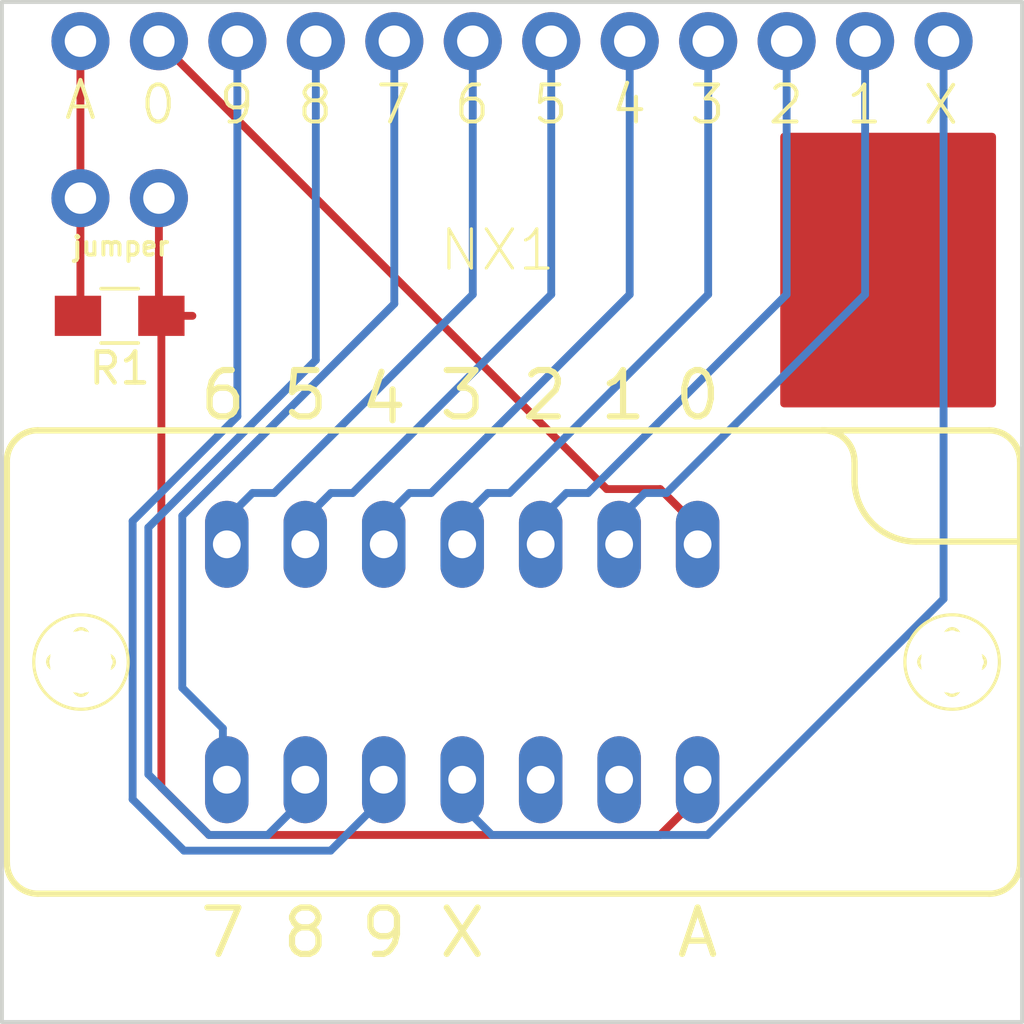
<source format=kicad_pcb>
(kicad_pcb (version 4) (host pcbnew 4.0.6)

  (general
    (links 15)
    (no_connects 0)
    (area 164.990779 102.908404 200.866829 137.193325)
    (thickness 1.6002)
    (drawings 29)
    (tracks 70)
    (zones 0)
    (modules 5)
    (nets 16)
  )

  (page A4)
  (layers
    (0 F.Cu signal)
    (31 B.Cu signal)
    (34 B.Paste user)
    (35 F.Paste user)
    (36 B.SilkS user)
    (37 F.SilkS user)
    (38 B.Mask user)
    (39 F.Mask user)
    (44 Edge.Cuts user)
  )

  (setup
    (last_trace_width 0.254)
    (user_trace_width 0.1524)
    (user_trace_width 0.2)
    (user_trace_width 0.25)
    (user_trace_width 0.3)
    (user_trace_width 0.4)
    (user_trace_width 0.5)
    (user_trace_width 0.6)
    (user_trace_width 0.8)
    (trace_clearance 0.254)
    (zone_clearance 0.1524)
    (zone_45_only yes)
    (trace_min 0.1524)
    (segment_width 0.127)
    (edge_width 0.127)
    (via_size 0.6858)
    (via_drill 0.3302)
    (via_min_size 0.6858)
    (via_min_drill 0.3302)
    (uvia_size 0.508)
    (uvia_drill 0.127)
    (uvias_allowed no)
    (uvia_min_size 0.508)
    (uvia_min_drill 0.127)
    (pcb_text_width 0.127)
    (pcb_text_size 0.6 0.6)
    (mod_edge_width 0.127)
    (mod_text_size 0.6 0.6)
    (mod_text_width 0.127)
    (pad_size 1.524 1.524)
    (pad_drill 0.762)
    (pad_to_mask_clearance 0.05)
    (pad_to_paste_clearance -0.04)
    (aux_axis_origin 0 0)
    (visible_elements 7FFFFF7F)
    (pcbplotparams
      (layerselection 0x3ffff_80000001)
      (usegerberextensions true)
      (usegerberattributes true)
      (excludeedgelayer true)
      (linewidth 0.127000)
      (plotframeref false)
      (viasonmask false)
      (mode 1)
      (useauxorigin false)
      (hpglpennumber 1)
      (hpglpenspeed 20)
      (hpglpendiameter 15)
      (hpglpenoverlay 2)
      (psnegative false)
      (psa4output false)
      (plotreference true)
      (plotvalue true)
      (plotinvisibletext false)
      (padsonsilk false)
      (subtractmaskfromsilk false)
      (outputformat 1)
      (mirror false)
      (drillshape 0)
      (scaleselection 1)
      (outputdirectory CAM/))
  )

  (net 0 "")
  (net 1 "Net-(JN1-Pad1)")
  (net 2 "Net-(JN1-Pad2)")
  (net 3 "Net-(JN1-Pad3)")
  (net 4 "Net-(JN1-Pad4)")
  (net 5 "Net-(JN1-Pad5)")
  (net 6 "Net-(JN1-Pad6)")
  (net 7 "Net-(JN1-Pad7)")
  (net 8 "Net-(JN1-Pad8)")
  (net 9 "Net-(JN1-Pad9)")
  (net 10 "Net-(JN1-Pad10)")
  (net 11 "Net-(JN1-Pad11)")
  (net 12 "Net-(JN1-Pad12)")
  (net 13 "Net-(JR1-Pad1)")
  (net 14 "Net-(N1-Pad12)")
  (net 15 "Net-(N1-Pad13)")

  (net_class Default "Imperial - this is the standard class"
    (clearance 0.254)
    (trace_width 0.254)
    (via_dia 0.6858)
    (via_drill 0.3302)
    (uvia_dia 0.508)
    (uvia_drill 0.127)
    (add_net "Net-(JN1-Pad1)")
    (add_net "Net-(JN1-Pad10)")
    (add_net "Net-(JN1-Pad11)")
    (add_net "Net-(JN1-Pad12)")
    (add_net "Net-(JN1-Pad2)")
    (add_net "Net-(JN1-Pad3)")
    (add_net "Net-(JN1-Pad4)")
    (add_net "Net-(JN1-Pad5)")
    (add_net "Net-(JN1-Pad6)")
    (add_net "Net-(JN1-Pad7)")
    (add_net "Net-(JN1-Pad8)")
    (add_net "Net-(JN1-Pad9)")
    (add_net "Net-(JR1-Pad1)")
    (add_net "Net-(N1-Pad12)")
    (add_net "Net-(N1-Pad13)")
  )

  (net_class 0.2mm ""
    (clearance 0.2)
    (trace_width 0.2)
    (via_dia 0.6858)
    (via_drill 0.3302)
    (uvia_dia 0.508)
    (uvia_drill 0.127)
  )

  (net_class Minimal ""
    (clearance 0.1524)
    (trace_width 0.1524)
    (via_dia 0.6858)
    (via_drill 0.3302)
    (uvia_dia 0.508)
    (uvia_drill 0.127)
  )

  (module Resistors_SMD:R_0805_HandSoldering (layer F.Cu) (tedit 58E0A804) (tstamp 592EAE0D)
    (at 168.99793 114.269824 180)
    (descr "Resistor SMD 0805, hand soldering")
    (tags "resistor 0805")
    (path /592C7A6F)
    (attr smd)
    (fp_text reference R1 (at 0 -1.7 180) (layer F.SilkS)
      (effects (font (size 1 1) (thickness 0.15)))
    )
    (fp_text value R (at 0 1.75 180) (layer F.Fab)
      (effects (font (size 1 1) (thickness 0.15)))
    )
    (fp_text user %R (at 0 0 180) (layer F.Fab)
      (effects (font (size 0.5 0.5) (thickness 0.075)))
    )
    (fp_line (start -1 0.62) (end -1 -0.62) (layer F.Fab) (width 0.1))
    (fp_line (start 1 0.62) (end -1 0.62) (layer F.Fab) (width 0.1))
    (fp_line (start 1 -0.62) (end 1 0.62) (layer F.Fab) (width 0.1))
    (fp_line (start -1 -0.62) (end 1 -0.62) (layer F.Fab) (width 0.1))
    (fp_line (start 0.6 0.88) (end -0.6 0.88) (layer F.SilkS) (width 0.12))
    (fp_line (start -0.6 -0.88) (end 0.6 -0.88) (layer F.SilkS) (width 0.12))
    (fp_line (start -2.35 -0.9) (end 2.35 -0.9) (layer F.CrtYd) (width 0.05))
    (fp_line (start -2.35 -0.9) (end -2.35 0.9) (layer F.CrtYd) (width 0.05))
    (fp_line (start 2.35 0.9) (end 2.35 -0.9) (layer F.CrtYd) (width 0.05))
    (fp_line (start 2.35 0.9) (end -2.35 0.9) (layer F.CrtYd) (width 0.05))
    (pad 1 smd rect (at -1.35 0 180) (size 1.5 1.3) (layers F.Cu F.Paste F.Mask)
      (net 13 "Net-(JR1-Pad1)"))
    (pad 2 smd rect (at 1.35 0 180) (size 1.5 1.3) (layers F.Cu F.Paste F.Mask)
      (net 12 "Net-(JN1-Pad12)"))
    (model ${KISYS3DMOD}/Resistors_SMD.3dshapes/R_0805.wrl
      (at (xyz 0 0 0))
      (scale (xyz 1 1 1))
      (rotate (xyz 0 0 0))
    )
  )

  (module logos:mermaid_l (layer F.Cu) (tedit 0) (tstamp 592FCD15)
    (at 192.92096 112.78915)
    (fp_text reference G*** (at 0 0) (layer F.SilkS) hide
      (effects (font (thickness 0.3)))
    )
    (fp_text value LOGO (at 0.75 0) (layer F.SilkS) hide
      (effects (font (thickness 0.3)))
    )
    (fp_poly (pts (xy 0.016811 -3.773536) (xy 0.035492 -3.771585) (xy 0.039687 -3.770741) (xy 0.079417 -3.757244)
      (xy 0.111324 -3.737775) (xy 0.124832 -3.725513) (xy 0.142677 -3.704599) (xy 0.153161 -3.684612)
      (xy 0.15793 -3.661447) (xy 0.15875 -3.64097) (xy 0.158058 -3.61993) (xy 0.155124 -3.604749)
      (xy 0.148654 -3.590748) (xy 0.141938 -3.580059) (xy 0.122141 -3.557766) (xy 0.098998 -3.544256)
      (xy 0.074141 -3.539962) (xy 0.049199 -3.545313) (xy 0.036501 -3.55221) (xy 0.025568 -3.560763)
      (xy 0.019906 -3.570026) (xy 0.017449 -3.584153) (xy 0.016932 -3.59157) (xy 0.016648 -3.608477)
      (xy 0.018904 -3.618133) (xy 0.024587 -3.623743) (xy 0.026084 -3.624592) (xy 0.039465 -3.627784)
      (xy 0.050441 -3.626922) (xy 0.059967 -3.622881) (xy 0.061919 -3.615123) (xy 0.060823 -3.608777)
      (xy 0.060289 -3.596153) (xy 0.064906 -3.590901) (xy 0.073078 -3.592235) (xy 0.083211 -3.599369)
      (xy 0.093713 -3.61152) (xy 0.102989 -3.6279) (xy 0.103896 -3.629997) (xy 0.108418 -3.643365)
      (xy 0.108287 -3.6547) (xy 0.103467 -3.669685) (xy 0.087643 -3.698859) (xy 0.064252 -3.721926)
      (xy 0.050164 -3.731216) (xy 0.036916 -3.737802) (xy 0.022748 -3.741623) (xy 0.004134 -3.743365)
      (xy -0.014288 -3.743716) (xy -0.040147 -3.742911) (xy -0.057394 -3.740394) (xy -0.064294 -3.73724)
      (xy -0.073648 -3.731439) (xy -0.077728 -3.730626) (xy -0.088165 -3.726605) (xy -0.102163 -3.716065)
      (xy -0.117406 -3.701291) (xy -0.131579 -3.684564) (xy -0.142367 -3.668169) (xy -0.143717 -3.665542)
      (xy -0.151883 -3.648712) (xy -0.159332 -3.633251) (xy -0.163088 -3.620111) (xy -0.165384 -3.598867)
      (xy -0.16631 -3.568514) (xy -0.166318 -3.553876) (xy -0.166026 -3.5265) (xy -0.165145 -3.506715)
      (xy -0.163111 -3.491529) (xy -0.159359 -3.477949) (xy -0.153324 -3.462983) (xy -0.14625 -3.447521)
      (xy -0.121753 -3.405235) (xy -0.0903 -3.36927) (xy -0.051325 -3.33924) (xy -0.004264 -3.314759)
      (xy 0.051447 -3.295441) (xy 0.089958 -3.28602) (xy 0.119366 -3.282227) (xy 0.156195 -3.281263)
      (xy 0.197719 -3.282946) (xy 0.241212 -3.28709) (xy 0.283951 -3.293513) (xy 0.321687 -3.301638)
      (xy 0.342155 -3.307861) (xy 0.360849 -3.315263) (xy 0.376278 -3.322945) (xy 0.386953 -3.330006)
      (xy 0.391385 -3.335547) (xy 0.388082 -3.338667) (xy 0.383597 -3.339042) (xy 0.373649 -3.342219)
      (xy 0.357833 -3.350734) (xy 0.338335 -3.36306) (xy 0.317344 -3.377673) (xy 0.297047 -3.393046)
      (xy 0.279632 -3.407655) (xy 0.267286 -3.419973) (xy 0.26692 -3.420407) (xy 0.246827 -3.446164)
      (xy 0.232225 -3.469838) (xy 0.221889 -3.494463) (xy 0.214597 -3.523071) (xy 0.209127 -3.558694)
      (xy 0.208269 -3.565849) (xy 0.208225 -3.599519) (xy 0.214696 -3.635439) (xy 0.226608 -3.670269)
      (xy 0.242885 -3.700666) (xy 0.257355 -3.718587) (xy 0.284712 -3.739246) (xy 0.316451 -3.752322)
      (xy 0.350326 -3.757709) (xy 0.384089 -3.755304) (xy 0.415495 -3.745003) (xy 0.441854 -3.727116)
      (xy 0.456743 -3.708989) (xy 0.464158 -3.687733) (xy 0.465666 -3.667574) (xy 0.46447 -3.649678)
      (xy 0.459418 -3.636679) (xy 0.44831 -3.623019) (xy 0.447843 -3.622523) (xy 0.432662 -3.60928)
      (xy 0.418526 -3.60395) (xy 0.413448 -3.603625) (xy 0.394908 -3.608269) (xy 0.381565 -3.620647)
      (xy 0.375782 -3.638431) (xy 0.375708 -3.640833) (xy 0.378805 -3.655072) (xy 0.386689 -3.660815)
      (xy 0.397247 -3.657238) (xy 0.40302 -3.65151) (xy 0.411119 -3.643576) (xy 0.417703 -3.64383)
      (xy 0.420717 -3.645984) (xy 0.426691 -3.656909) (xy 0.428309 -3.673525) (xy 0.425542 -3.691863)
      (xy 0.421138 -3.703294) (xy 0.410709 -3.716673) (xy 0.399156 -3.725521) (xy 0.381042 -3.731036)
      (xy 0.358057 -3.732598) (xy 0.335132 -3.730244) (xy 0.318905 -3.724949) (xy 0.298369 -3.711409)
      (xy 0.278961 -3.693672) (xy 0.264484 -3.675356) (xy 0.26187 -3.670693) (xy 0.258107 -3.658302)
      (xy 0.255508 -3.640465) (xy 0.254155 -3.620218) (xy 0.254128 -3.6006) (xy 0.25551 -3.584648)
      (xy 0.258381 -3.5754) (xy 0.259291 -3.574521) (xy 0.263387 -3.567227) (xy 0.264583 -3.558334)
      (xy 0.266434 -3.54854) (xy 0.269875 -3.545417) (xy 0.274956 -3.541344) (xy 0.275166 -3.539772)
      (xy 0.278369 -3.532005) (xy 0.286651 -3.519125) (xy 0.298022 -3.503894) (xy 0.310492 -3.489074)
      (xy 0.315691 -3.483521) (xy 0.332808 -3.469181) (xy 0.356966 -3.453086) (xy 0.385192 -3.436898)
      (xy 0.41451 -3.422278) (xy 0.441945 -3.410886) (xy 0.451563 -3.407656) (xy 0.513508 -3.39253)
      (xy 0.572008 -3.386659) (xy 0.6285 -3.390216) (xy 0.684423 -3.403376) (xy 0.741216 -3.42631)
      (xy 0.78052 -3.447259) (xy 0.817352 -3.46804) (xy 0.848125 -3.483558) (xy 0.875501 -3.494552)
      (xy 0.902139 -3.501759) (xy 0.9307 -3.505917) (xy 0.963843 -3.507764) (xy 0.999762 -3.50806)
      (xy 1.029829 -3.507596) (xy 1.058475 -3.506543) (xy 1.08289 -3.505047) (xy 1.100268 -3.50325)
      (xy 1.103312 -3.502746) (xy 1.124251 -3.498943) (xy 1.148566 -3.494739) (xy 1.16152 -3.492588)
      (xy 1.183437 -3.488718) (xy 1.205109 -3.484407) (xy 1.21576 -3.482026) (xy 1.242534 -3.475574)
      (xy 1.261268 -3.470981) (xy 1.27422 -3.467665) (xy 1.283649 -3.465044) (xy 1.29181 -3.462534)
      (xy 1.293812 -3.46189) (xy 1.330054 -3.447173) (xy 1.362613 -3.428217) (xy 1.390124 -3.406284)
      (xy 1.411222 -3.382636) (xy 1.42454 -3.358536) (xy 1.428749 -3.337087) (xy 1.430965 -3.31796)
      (xy 1.436932 -3.293293) (xy 1.445634 -3.266996) (xy 1.4496 -3.257021) (xy 1.460028 -3.223921)
      (xy 1.465344 -3.188889) (xy 1.465701 -3.173183) (xy 1.465206 -3.152449) (xy 1.465622 -3.140318)
      (xy 1.467505 -3.134815) (xy 1.471411 -3.133966) (xy 1.476375 -3.135313) (xy 1.485246 -3.136563)
      (xy 1.485546 -3.132317) (xy 1.477379 -3.123141) (xy 1.473497 -3.119686) (xy 1.464568 -3.110292)
      (xy 1.463129 -3.101507) (xy 1.465406 -3.093994) (xy 1.472998 -3.082438) (xy 1.485846 -3.06985)
      (xy 1.491895 -3.065257) (xy 1.507592 -3.051442) (xy 1.513053 -3.038041) (xy 1.508312 -3.023896)
      (xy 1.493572 -3.007997) (xy 1.481954 -2.996879) (xy 1.477871 -2.989625) (xy 1.480148 -2.984092)
      (xy 1.480343 -2.983889) (xy 1.48489 -2.973373) (xy 1.486712 -2.956585) (xy 1.485771 -2.93749)
      (xy 1.482027 -2.920051) (xy 1.481007 -2.917281) (xy 1.468042 -2.883178) (xy 1.459777 -2.85676)
      (xy 1.455764 -2.836468) (xy 1.455208 -2.827306) (xy 1.451635 -2.812089) (xy 1.440656 -2.801224)
      (xy 1.433744 -2.797314) (xy 1.425278 -2.794661) (xy 1.41333 -2.793085) (xy 1.395971 -2.79241)
      (xy 1.371273 -2.792457) (xy 1.349375 -2.792809) (xy 1.31873 -2.793255) (xy 1.296659 -2.793112)
      (xy 1.281157 -2.792186) (xy 1.270221 -2.790279) (xy 1.261849 -2.787196) (xy 1.255447 -2.783626)
      (xy 1.244268 -2.774775) (xy 1.238474 -2.766405) (xy 1.23825 -2.764974) (xy 1.235863 -2.757876)
      (xy 1.233805 -2.756959) (xy 1.229201 -2.752098) (xy 1.223916 -2.739092) (xy 1.218503 -2.720308)
      (xy 1.213515 -2.698112) (xy 1.209506 -2.674871) (xy 1.207028 -2.652951) (xy 1.2065 -2.640132)
      (xy 1.207874 -2.614203) (xy 1.211589 -2.582523) (xy 1.217032 -2.549504) (xy 1.222776 -2.522803)
      (xy 1.235661 -2.473043) (xy 1.247332 -2.433315) (xy 1.257929 -2.403156) (xy 1.259293 -2.399771)
      (xy 1.264013 -2.387513) (xy 1.269636 -2.371955) (xy 1.270086 -2.370667) (xy 1.278721 -2.347809)
      (xy 1.289907 -2.322021) (xy 1.304888 -2.290463) (xy 1.308378 -2.283355) (xy 1.317963 -2.259043)
      (xy 1.323702 -2.234224) (xy 1.325348 -2.211548) (xy 1.322652 -2.19366) (xy 1.317561 -2.184909)
      (xy 1.307186 -2.176016) (xy 1.292853 -2.165074) (xy 1.277255 -2.153968) (xy 1.263087 -2.144581)
      (xy 1.253044 -2.138797) (xy 1.250232 -2.137834) (xy 1.242386 -2.13401) (xy 1.231208 -2.124466)
      (xy 1.219519 -2.11209) (xy 1.21014 -2.099773) (xy 1.206613 -2.093154) (xy 1.204218 -2.073293)
      (xy 1.210459 -2.048342) (xy 1.211685 -2.04523) (xy 1.220793 -2.023791) (xy 1.23213 -1.998543)
      (xy 1.244765 -1.971403) (xy 1.257766 -1.944284) (xy 1.270202 -1.9191) (xy 1.281142 -1.897767)
      (xy 1.289653 -1.882198) (xy 1.294804 -1.874308) (xy 1.294911 -1.874195) (xy 1.300737 -1.866426)
      (xy 1.30175 -1.863411) (xy 1.305702 -1.855954) (xy 1.316422 -1.843726) (xy 1.332206 -1.828296)
      (xy 1.351351 -1.811235) (xy 1.372151 -1.794113) (xy 1.392903 -1.778501) (xy 1.397 -1.775628)
      (xy 1.412481 -1.764474) (xy 1.432822 -1.749179) (xy 1.456251 -1.731147) (xy 1.480994 -1.711783)
      (xy 1.505277 -1.692489) (xy 1.527327 -1.674669) (xy 1.54537 -1.659728) (xy 1.557633 -1.649068)
      (xy 1.561041 -1.645785) (xy 1.566531 -1.641261) (xy 1.577559 -1.632846) (xy 1.584854 -1.62743)
      (xy 1.599074 -1.616479) (xy 1.610642 -1.606732) (xy 1.613958 -1.603563) (xy 1.621166 -1.597319)
      (xy 1.63503 -1.586326) (xy 1.653625 -1.57203) (xy 1.675029 -1.555881) (xy 1.697317 -1.539326)
      (xy 1.718566 -1.523814) (xy 1.736854 -1.510793) (xy 1.740958 -1.507944) (xy 1.75542 -1.497422)
      (xy 1.767734 -1.487559) (xy 1.769672 -1.48584) (xy 1.781335 -1.477351) (xy 1.789516 -1.473434)
      (xy 1.797549 -1.469117) (xy 1.799166 -1.466423) (xy 1.803588 -1.462135) (xy 1.814535 -1.456503)
      (xy 1.817687 -1.455209) (xy 1.829662 -1.449593) (xy 1.835937 -1.444862) (xy 1.836208 -1.4441)
      (xy 1.840779 -1.440501) (xy 1.852852 -1.434525) (xy 1.869967 -1.42737) (xy 1.872824 -1.426267)
      (xy 1.88894 -1.420424) (xy 1.902804 -1.416562) (xy 1.917198 -1.414357) (xy 1.934907 -1.413483)
      (xy 1.958714 -1.413615) (xy 1.977334 -1.414048) (xy 2.011477 -1.415666) (xy 2.050591 -1.418652)
      (xy 2.089221 -1.422539) (xy 2.114726 -1.425785) (xy 2.14488 -1.42989) (xy 2.16751 -1.432256)
      (xy 2.18552 -1.432964) (xy 2.201812 -1.432095) (xy 2.219288 -1.429731) (xy 2.224528 -1.428856)
      (xy 2.245404 -1.424861) (xy 2.257747 -1.421152) (xy 2.263552 -1.416902) (xy 2.264833 -1.412127)
      (xy 2.263508 -1.406717) (xy 2.257986 -1.403732) (xy 2.245944 -1.402491) (xy 2.231409 -1.402292)
      (xy 2.207764 -1.401303) (xy 2.182238 -1.398663) (xy 2.158033 -1.394866) (xy 2.138355 -1.390404)
      (xy 2.12725 -1.386276) (xy 2.123304 -1.383434) (xy 2.123829 -1.381057) (xy 2.130164 -1.378752)
      (xy 2.143652 -1.376125) (xy 2.165634 -1.37278) (xy 2.180166 -1.370725) (xy 2.208747 -1.366286)
      (xy 2.230983 -1.361492) (xy 2.251087 -1.355226) (xy 2.27327 -1.34637) (xy 2.275416 -1.345449)
      (xy 2.291879 -1.337058) (xy 2.307873 -1.326809) (xy 2.32072 -1.316668) (xy 2.327745 -1.308602)
      (xy 2.328333 -1.306591) (xy 2.323743 -1.304335) (xy 2.312281 -1.304011) (xy 2.297402 -1.305252)
      (xy 2.282566 -1.307694) (xy 2.271229 -1.31097) (xy 2.267743 -1.312991) (xy 2.258675 -1.31683)
      (xy 2.251604 -1.317626) (xy 2.239817 -1.320172) (xy 2.234786 -1.323331) (xy 2.225761 -1.326846)
      (xy 2.213884 -1.326984) (xy 2.204136 -1.325219) (xy 2.204029 -1.323129) (xy 2.20927 -1.320799)
      (xy 2.23606 -1.310129) (xy 2.25511 -1.301894) (xy 2.268643 -1.294964) (xy 2.278885 -1.288209)
      (xy 2.287322 -1.281169) (xy 2.296853 -1.2715) (xy 2.301715 -1.264499) (xy 2.301875 -1.263719)
      (xy 2.297454 -1.259587) (xy 2.285098 -1.260225) (xy 2.266162 -1.265338) (xy 2.242005 -1.274631)
      (xy 2.232778 -1.27872) (xy 2.210862 -1.287938) (xy 2.195226 -1.292907) (xy 2.186673 -1.293593)
      (xy 2.186011 -1.289959) (xy 2.194044 -1.28197) (xy 2.19612 -1.28034) (xy 2.207237 -1.273141)
      (xy 2.215319 -1.270118) (xy 2.221801 -1.265714) (xy 2.226876 -1.256324) (xy 2.227791 -1.251047)
      (xy 2.223516 -1.248302) (xy 2.212505 -1.249392) (xy 2.197482 -1.253408) (xy 2.181171 -1.259436)
      (xy 2.166296 -1.266566) (xy 2.15558 -1.273887) (xy 2.153708 -1.275833) (xy 2.146702 -1.280288)
      (xy 2.132687 -1.286789) (xy 2.114695 -1.294037) (xy 2.095756 -1.300732) (xy 2.095124 -1.300937)
      (xy 2.07869 -1.304461) (xy 2.057774 -1.306667) (xy 2.046312 -1.307042) (xy 2.028903 -1.306558)
      (xy 2.018807 -1.304253) (xy 2.012768 -1.298853) (xy 2.009183 -1.29249) (xy 2.005287 -1.278785)
      (xy 2.008579 -1.265874) (xy 2.019902 -1.252443) (xy 2.040101 -1.237179) (xy 2.048014 -1.232048)
      (xy 2.069352 -1.218173) (xy 2.083328 -1.207722) (xy 2.091758 -1.198848) (xy 2.096459 -1.189706)
      (xy 2.098878 -1.180349) (xy 2.099775 -1.168122) (xy 2.095521 -1.163627) (xy 2.094838 -1.16354)
      (xy 2.077123 -1.165005) (xy 2.064663 -1.173081) (xy 2.054291 -1.180457) (xy 2.036679 -1.190046)
      (xy 2.014573 -1.20055) (xy 1.990717 -1.210671) (xy 1.967857 -1.219114) (xy 1.965854 -1.219776)
      (xy 1.928101 -1.233609) (xy 1.898307 -1.248381) (xy 1.87387 -1.26573) (xy 1.852189 -1.287294)
      (xy 1.844908 -1.29597) (xy 1.82922 -1.314316) (xy 1.813605 -1.330793) (xy 1.80082 -1.342542)
      (xy 1.797992 -1.344686) (xy 1.786309 -1.353213) (xy 1.778836 -1.359346) (xy 1.778 -1.360236)
      (xy 1.771224 -1.365606) (xy 1.75693 -1.374794) (xy 1.736985 -1.386729) (xy 1.713259 -1.400343)
      (xy 1.687619 -1.414565) (xy 1.661936 -1.428326) (xy 1.638076 -1.440557) (xy 1.635125 -1.442019)
      (xy 1.587553 -1.46584) (xy 1.546283 -1.487396) (xy 1.507857 -1.50852) (xy 1.481666 -1.52353)
      (xy 1.464862 -1.532936) (xy 1.450648 -1.540248) (xy 1.443302 -1.543429) (xy 1.435482 -1.548118)
      (xy 1.434041 -1.551076) (xy 1.429946 -1.555562) (xy 1.42835 -1.55575) (xy 1.421455 -1.558368)
      (xy 1.407463 -1.565519) (xy 1.388265 -1.576151) (xy 1.365753 -1.589212) (xy 1.341819 -1.60365)
      (xy 1.338081 -1.605957) (xy 1.328838 -1.611626) (xy 1.314356 -1.620452) (xy 1.303686 -1.626934)
      (xy 1.289183 -1.635949) (xy 1.278713 -1.64286) (xy 1.275291 -1.645485) (xy 1.269816 -1.650117)
      (xy 1.258818 -1.65865) (xy 1.251479 -1.66417) (xy 1.234056 -1.677274) (xy 1.220686 -1.687881)
      (xy 1.208649 -1.698391) (xy 1.195222 -1.711206) (xy 1.177684 -1.728725) (xy 1.173427 -1.733021)
      (xy 1.154691 -1.753203) (xy 1.136473 -1.774958) (xy 1.121826 -1.794574) (xy 1.117957 -1.80049)
      (xy 1.107458 -1.815879) (xy 1.098096 -1.826821) (xy 1.091977 -1.830917) (xy 1.085418 -1.828569)
      (xy 1.084785 -1.826948) (xy 1.081627 -1.820717) (xy 1.073818 -1.810294) (xy 1.071556 -1.807605)
      (xy 1.063024 -1.796859) (xy 1.058535 -1.789598) (xy 1.058333 -1.788759) (xy 1.055116 -1.78268)
      (xy 1.048847 -1.77503) (xy 1.038358 -1.760344) (xy 1.026121 -1.737991) (xy 1.013216 -1.710506)
      (xy 1.00072 -1.680421) (xy 0.989714 -1.650268) (xy 0.981275 -1.622581) (xy 0.977986 -1.608667)
      (xy 0.968972 -1.562362) (xy 0.962328 -1.523365) (xy 0.95779 -1.488735) (xy 0.955093 -1.45553)
      (xy 0.953972 -1.420809) (xy 0.954162 -1.38163) (xy 0.954874 -1.352021) (xy 0.955956 -1.318336)
      (xy 0.957154 -1.287144) (xy 0.958377 -1.260422) (xy 0.959534 -1.240144) (xy 0.960534 -1.228284)
      (xy 0.960617 -1.227667) (xy 0.961429 -1.217554) (xy 0.962358 -1.198447) (xy 0.96335 -1.171939)
      (xy 0.964353 -1.139617) (xy 0.96531 -1.103071) (xy 0.96617 -1.063891) (xy 0.966176 -1.063625)
      (xy 0.966988 -1.016579) (xy 0.967314 -0.977779) (xy 0.967075 -0.9449) (xy 0.96619 -0.915612)
      (xy 0.964579 -0.887587) (xy 0.962164 -0.858498) (xy 0.958863 -0.826017) (xy 0.95765 -0.814917)
      (xy 0.951084 -0.75682) (xy 0.945176 -0.707679) (xy 0.939682 -0.665903) (xy 0.934356 -0.629902)
      (xy 0.928956 -0.598088) (xy 0.923235 -0.56887) (xy 0.916949 -0.54066) (xy 0.912885 -0.523875)
      (xy 0.906794 -0.498662) (xy 0.901413 -0.475129) (xy 0.897462 -0.456489) (xy 0.895973 -0.44834)
      (xy 0.892856 -0.434708) (xy 0.889085 -0.426281) (xy 0.888285 -0.425538) (xy 0.884592 -0.418555)
      (xy 0.883669 -0.411115) (xy 0.882028 -0.401383) (xy 0.877635 -0.38436) (xy 0.871226 -0.362746)
      (xy 0.866028 -0.346605) (xy 0.857767 -0.321534) (xy 0.84996 -0.297435) (xy 0.843739 -0.277819)
      (xy 0.841302 -0.269875) (xy 0.836378 -0.25453) (xy 0.832191 -0.243342) (xy 0.830942 -0.240771)
      (xy 0.827336 -0.232696) (xy 0.822295 -0.21902) (xy 0.820702 -0.214313) (xy 0.81395 -0.195276)
      (xy 0.806669 -0.176625) (xy 0.80583 -0.174625) (xy 0.798972 -0.158321) (xy 0.792944 -0.14374)
      (xy 0.792593 -0.142875) (xy 0.786649 -0.129107) (xy 0.782549 -0.120458) (xy 0.778574 -0.110063)
      (xy 0.777875 -0.105842) (xy 0.775639 -0.099184) (xy 0.769428 -0.084596) (xy 0.759982 -0.063622)
      (xy 0.748042 -0.037806) (xy 0.734349 -0.008691) (xy 0.719644 0.022178) (xy 0.704668 0.053257)
      (xy 0.690162 0.083002) (xy 0.676867 0.10987) (xy 0.665523 0.132316) (xy 0.656873 0.148797)
      (xy 0.651656 0.157769) (xy 0.650888 0.15875) (xy 0.64704 0.164585) (xy 0.640139 0.176579)
      (xy 0.635415 0.185208) (xy 0.622667 0.207639) (xy 0.605809 0.235506) (xy 0.586295 0.266573)
      (xy 0.565581 0.298607) (xy 0.545121 0.329373) (xy 0.52637 0.356639) (xy 0.510784 0.378168)
      (xy 0.504464 0.386291) (xy 0.49882 0.393433) (xy 0.48822 0.406992) (xy 0.474188 0.425014)
      (xy 0.458423 0.445321) (xy 0.386268 0.531586) (xy 0.305323 0.615902) (xy 0.217382 0.696433)
      (xy 0.193138 0.716902) (xy 0.177764 0.729736) (xy 0.165728 0.739925) (xy 0.159212 0.745619)
      (xy 0.15875 0.74607) (xy 0.15364 0.750212) (xy 0.141905 0.75919) (xy 0.125441 0.771566)
      (xy 0.111125 0.782215) (xy 0.091503 0.796811) (xy 0.074346 0.809688) (xy 0.061903 0.819151)
      (xy 0.057234 0.822811) (xy 0.046348 0.830914) (xy 0.033422 0.839659) (xy 0.019429 0.849492)
      (xy 0.008262 0.85853) (xy -0.00115 0.865562) (xy -0.006772 0.867833) (xy -0.013177 0.871028)
      (xy -0.024494 0.879231) (xy -0.033185 0.886354) (xy -0.046046 0.896711) (xy -0.055853 0.903433)
      (xy -0.059243 0.904875) (xy -0.065136 0.907527) (xy -0.076973 0.9143) (xy -0.09191 0.923419)
      (xy -0.107104 0.933106) (xy -0.119711 0.941585) (xy -0.126887 0.947081) (xy -0.127 0.947193)
      (xy -0.133129 0.951521) (xy -0.142875 0.957378) (xy -0.152011 0.962765) (xy -0.168175 0.972485)
      (xy -0.189376 0.985333) (xy -0.213623 1.000104) (xy -0.223801 1.006326) (xy -0.247553 1.020777)
      (xy -0.267952 1.033032) (xy -0.283378 1.04213) (xy -0.292207 1.047106) (xy -0.293632 1.04775)
      (xy -0.298902 1.050229) (xy -0.310818 1.056768) (xy -0.326931 1.066017) (xy -0.328991 1.067222)
      (xy -0.356603 1.083148) (xy -0.386048 1.099703) (xy -0.414493 1.115327) (xy -0.439106 1.128464)
      (xy -0.455084 1.136599) (xy -0.467632 1.14309) (xy -0.475484 1.147821) (xy -0.47625 1.148468)
      (xy -0.481786 1.151903) (xy -0.494692 1.158989) (xy -0.512891 1.168607) (xy -0.529167 1.177013)
      (xy -0.578322 1.202179) (xy -0.622845 1.225001) (xy -0.661951 1.245075) (xy -0.694854 1.261998)
      (xy -0.720769 1.275365) (xy -0.73891 1.284772) (xy -0.748492 1.289816) (xy -0.748968 1.290075)
      (xy -0.758048 1.294813) (xy -0.773987 1.302904) (xy -0.794153 1.313017) (xy -0.80698 1.3194)
      (xy -0.881231 1.35675) (xy -0.94652 1.390707) (xy -1.003734 1.421745) (xy -1.05376 1.450342)
      (xy -1.076855 1.464177) (xy -1.090458 1.471801) (xy -1.098021 1.475597) (xy -1.105412 1.479911)
      (xy -1.119579 1.488876) (xy -1.138874 1.501392) (xy -1.161647 1.516359) (xy -1.18625 1.532677)
      (xy -1.211035 1.549246) (xy -1.234352 1.564966) (xy -1.254552 1.578737) (xy -1.269988 1.58946)
      (xy -1.279009 1.596033) (xy -1.280584 1.5974) (xy -1.28583 1.602217) (xy -1.296881 1.611472)
      (xy -1.309688 1.621833) (xy -1.369914 1.675393) (xy -1.421218 1.732685) (xy -1.463288 1.79318)
      (xy -1.495811 1.856346) (xy -1.518476 1.921651) (xy -1.530971 1.988566) (xy -1.532115 2.00072)
      (xy -1.533533 2.021291) (xy -1.533389 2.03401) (xy -1.531178 2.041555) (xy -1.526396 2.046606)
      (xy -1.523028 2.048937) (xy -1.508982 2.055507) (xy -1.492365 2.060056) (xy -1.492229 2.060079)
      (xy -1.452691 2.067475) (xy -1.418964 2.075738) (xy -1.394355 2.083271) (xy -1.372487 2.090356)
      (xy -1.346337 2.098616) (xy -1.322917 2.10585) (xy -1.302468 2.112199) (xy -1.284909 2.117877)
      (xy -1.273608 2.12179) (xy -1.272646 2.122164) (xy -1.262724 2.125949) (xy -1.246121 2.132103)
      (xy -1.226116 2.139411) (xy -1.222375 2.140766) (xy -1.203039 2.148094) (xy -1.187481 2.154598)
      (xy -1.178496 2.159093) (xy -1.177661 2.159711) (xy -1.168071 2.163984) (xy -1.164987 2.164291)
      (xy -1.156849 2.166561) (xy -1.141251 2.172762) (xy -1.120145 2.181983) (xy -1.095482 2.193313)
      (xy -1.069213 2.20584) (xy -1.043289 2.218653) (xy -1.019661 2.230841) (xy -1.002771 2.240067)
      (xy -0.979183 2.253619) (xy -0.954406 2.268128) (xy -0.930964 2.28209) (xy -0.911386 2.293997)
      (xy -0.898196 2.302344) (xy -0.897227 2.302991) (xy -0.84537 2.340492) (xy -0.792658 2.383257)
      (xy -0.741528 2.42907) (xy -0.694416 2.475712) (xy -0.653759 2.520968) (xy -0.642579 2.534708)
      (xy -0.628634 2.552018) (xy -0.616971 2.565902) (xy -0.609232 2.574434) (xy -0.607219 2.576159)
      (xy -0.603295 2.582213) (xy -0.60325 2.582995) (xy -0.599953 2.59017) (xy -0.592419 2.599694)
      (xy -0.584795 2.609595) (xy -0.573492 2.626331) (xy -0.559985 2.647494) (xy -0.545751 2.670677)
      (xy -0.532266 2.693472) (xy -0.521004 2.713471) (xy -0.513442 2.728265) (xy -0.512956 2.729342)
      (xy -0.506925 2.740667) (xy -0.501953 2.746251) (xy -0.501417 2.746375) (xy -0.497764 2.750622)
      (xy -0.497417 2.753524) (xy -0.495063 2.76201) (xy -0.489037 2.775934) (xy -0.484188 2.785554)
      (xy -0.476676 2.800966) (xy -0.471883 2.81327) (xy -0.470959 2.817651) (xy -0.468504 2.82541)
      (xy -0.46699 2.826631) (xy -0.463351 2.832354) (xy -0.457475 2.846051) (xy -0.450118 2.865545)
      (xy -0.442034 2.888659) (xy -0.433976 2.913215) (xy -0.4267 2.937036) (xy -0.420958 2.957944)
      (xy -0.419645 2.963333) (xy -0.414816 2.982772) (xy -0.410227 2.999259) (xy -0.40721 3.008312)
      (xy -0.403349 3.020934) (xy -0.400065 3.036847) (xy -0.399977 3.037416) (xy -0.397973 3.049953)
      (xy -0.394675 3.070065) (xy -0.390554 3.094892) (xy -0.386442 3.119437) (xy -0.382507 3.145522)
      (xy -0.379552 3.172135) (xy -0.377442 3.20146) (xy -0.376041 3.23568) (xy -0.375217 3.276977)
      (xy -0.374941 3.306237) (xy -0.374907 3.341428) (xy -0.375253 3.373114) (xy -0.375932 3.399753)
      (xy -0.376895 3.4198) (xy -0.378095 3.431711) (xy -0.378888 3.43429) (xy -0.385103 3.433466)
      (xy -0.398593 3.427213) (xy -0.41801 3.416235) (xy -0.441209 3.401752) (xy -0.483878 3.374892)
      (xy -0.526415 3.34985) (xy -0.571041 3.325433) (xy -0.619976 3.30045) (xy -0.67544 3.27371)
      (xy -0.709084 3.258031) (xy -0.744498 3.241758) (xy -0.773275 3.228687) (xy -0.794644 3.21916)
      (xy -0.807839 3.213522) (xy -0.812017 3.212041) (xy -0.817473 3.210007) (xy -0.830202 3.204577)
      (xy -0.847855 3.196764) (xy -0.855541 3.193302) (xy -0.87586 3.184131) (xy -0.893504 3.176218)
      (xy -0.905456 3.170914) (xy -0.907521 3.170016) (xy -0.918356 3.165316) (xy -0.934412 3.158299)
      (xy -0.944563 3.153846) (xy -0.976212 3.140021) (xy -0.999364 3.130101) (xy -1.015151 3.123604)
      (xy -1.018646 3.12224) (xy -1.034695 3.115354) (xy -1.057193 3.104752) (xy -1.083338 3.091857)
      (xy -1.110325 3.078089) (xy -1.135352 3.064868) (xy -1.155614 3.053616) (xy -1.164167 3.048495)
      (xy -1.18064 3.036718) (xy -1.199817 3.020816) (xy -1.220061 3.002427) (xy -1.239737 2.983188)
      (xy -1.257209 2.964736) (xy -1.27084 2.948708) (xy -1.278994 2.936743) (xy -1.280584 2.931984)
      (xy -1.284494 2.925639) (xy -1.284991 2.925409) (xy -1.290019 2.9202) (xy -1.298403 2.9087)
      (xy -1.308276 2.893826) (xy -1.317775 2.878494) (xy -1.325035 2.865619) (xy -1.32819 2.858117)
      (xy -1.328209 2.857838) (xy -1.332 2.851529) (xy -1.332427 2.851326) (xy -1.337013 2.84591)
      (xy -1.344025 2.834059) (xy -1.348297 2.82575) (xy -1.354863 2.813311) (xy -1.359169 2.807024)
      (xy -1.360124 2.807229) (xy -1.360267 2.814002) (xy -1.360556 2.829563) (xy -1.360961 2.852114)
      (xy -1.361448 2.879861) (xy -1.36193 2.90777) (xy -1.363484 2.959059) (xy -1.366614 3.002125)
      (xy -1.371909 3.039285) (xy -1.379955 3.072855) (xy -1.391341 3.105149) (xy -1.406655 3.138482)
      (xy -1.426484 3.175172) (xy -1.432473 3.185583) (xy -1.441516 3.200851) (xy -1.454792 3.222887)
      (xy -1.470945 3.249473) (xy -1.488616 3.278392) (xy -1.506447 3.307427) (xy -1.523079 3.334361)
      (xy -1.537156 3.356975) (xy -1.546782 3.372217) (xy -1.556574 3.387882) (xy -1.563588 3.399817)
      (xy -1.566333 3.405482) (xy -1.566334 3.405513) (xy -1.569332 3.411428) (xy -1.571875 3.414671)
      (xy -1.578955 3.424037) (xy -1.58836 3.437955) (xy -1.598309 3.453578) (xy -1.607021 3.468061)
      (xy -1.612717 3.478559) (xy -1.613959 3.481937) (xy -1.617841 3.488012) (xy -1.618012 3.48809)
      (xy -1.62267 3.49336) (xy -1.6306 3.505128) (xy -1.640113 3.520543) (xy -1.649522 3.536754)
      (xy -1.657137 3.550911) (xy -1.661271 3.560162) (xy -1.661584 3.56167) (xy -1.66483 3.566534)
      (xy -1.665553 3.566624) (xy -1.670608 3.570852) (xy -1.67527 3.57853) (xy -1.6797 3.587499)
      (xy -1.687831 3.603801) (xy -1.698602 3.625313) (xy -1.710953 3.649918) (xy -1.714283 3.656541)
      (xy -1.728714 3.685357) (xy -1.739369 3.707018) (xy -1.747301 3.723791) (xy -1.753561 3.73794)
      (xy -1.759201 3.751728) (xy -1.762834 3.761052) (xy -1.768776 3.776191) (xy -1.77226 3.784864)
      (xy -1.776532 3.796565) (xy -1.782292 3.813799) (xy -1.786124 3.825875) (xy -1.794107 3.850123)
      (xy -1.800605 3.864974) (xy -1.806629 3.871317) (xy -1.813196 3.870039) (xy -1.821317 3.862026)
      (xy -1.823851 3.858896) (xy -1.834996 3.845041) (xy -1.845018 3.832935) (xy -1.860304 3.814747)
      (xy -1.871524 3.80089) (xy -1.881557 3.787711) (xy -1.892096 3.773209) (xy -1.901907 3.758672)
      (xy -1.908513 3.747198) (xy -1.910292 3.74234) (xy -1.913744 3.735549) (xy -1.9147 3.735034)
      (xy -1.920879 3.728832) (xy -1.93058 3.714612) (xy -1.942942 3.693993) (xy -1.957108 3.668592)
      (xy -1.972218 3.640026) (xy -1.987415 3.609913) (xy -2.001841 3.579871) (xy -2.014636 3.551517)
      (xy -2.02375 3.529541) (xy -2.030337 3.513335) (xy -2.036097 3.500143) (xy -2.037835 3.49654)
      (xy -2.041998 3.483106) (xy -2.042584 3.477009) (xy -2.044998 3.466849) (xy -2.047875 3.463395)
      (xy -2.052009 3.456083) (xy -2.053167 3.44752) (xy -2.054935 3.436601) (xy -2.057874 3.432007)
      (xy -2.06186 3.425217) (xy -2.065111 3.412716) (xy -2.06525 3.411851) (xy -2.068334 3.396797)
      (xy -2.073297 3.37719) (xy -2.076624 3.3655) (xy -2.081421 3.348705) (xy -2.085851 3.331208)
      (xy -2.090465 3.310549) (xy -2.095814 3.284268) (xy -2.102103 3.251729) (xy -2.104118 3.235184)
      (xy -2.105738 3.210034) (xy -2.106964 3.178127) (xy -2.107796 3.141317) (xy -2.108236 3.101454)
      (xy -2.108284 3.060389) (xy -2.107942 3.019973) (xy -2.10721 2.982059) (xy -2.10609 2.948496)
      (xy -2.104582 2.921137) (xy -2.102689 2.901833) (xy -2.101907 2.897187) (xy -2.097408 2.875018)
      (xy -2.092897 2.852736) (xy -2.090653 2.841625) (xy -2.086154 2.822216) (xy -2.080107 2.799624)
      (xy -2.076886 2.788708) (xy -2.071304 2.769055) (xy -2.066835 2.750617) (xy -2.06525 2.742357)
      (xy -2.062104 2.729658) (xy -2.058113 2.722367) (xy -2.057874 2.722201) (xy -2.054205 2.715199)
      (xy -2.053167 2.706687) (xy -2.05117 2.695606) (xy -2.047875 2.690812) (xy -2.043441 2.683353)
      (xy -2.042584 2.677199) (xy -2.040167 2.663351) (xy -2.037938 2.657667) (xy -2.028974 2.638529)
      (xy -2.021574 2.620201) (xy -2.016995 2.605971) (xy -2.016125 2.600674) (xy -2.013211 2.593748)
      (xy -2.010834 2.592916) (xy -2.005838 2.588784) (xy -2.005542 2.586757) (xy -2.003029 2.576598)
      (xy -1.996034 2.558966) (xy -1.985376 2.535552) (xy -1.971874 2.508043) (xy -1.956348 2.478128)
      (xy -1.939615 2.447495) (xy -1.928989 2.428875) (xy -1.917739 2.409493) (xy -1.907325 2.391511)
      (xy -1.899972 2.378766) (xy -1.899878 2.378604) (xy -1.893802 2.368895) (xy -1.883596 2.35347)
      (xy -1.870613 2.334284) (xy -1.856206 2.313291) (xy -1.841728 2.292446) (xy -1.828532 2.273702)
      (xy -1.817969 2.259015) (xy -1.811394 2.250337) (xy -1.810149 2.248958) (xy -1.805415 2.243477)
      (xy -1.79682 2.232467) (xy -1.79131 2.225145) (xy -1.770344 2.198459) (xy -1.747083 2.172196)
      (xy -1.730055 2.154423) (xy -1.712724 2.135815) (xy -1.701877 2.120706) (xy -1.696021 2.105635)
      (xy -1.693663 2.087143) (xy -1.693294 2.069187) (xy -1.691985 2.037889) (xy -1.688457 2.002483)
      (xy -1.683224 1.966327) (xy -1.6768 1.932777) (xy -1.669697 1.905193) (xy -1.666961 1.897062)
      (xy -1.662846 1.885204) (xy -1.657579 1.869155) (xy -1.656354 1.865312) (xy -1.651279 1.851164)
      (xy -1.643761 1.832422) (xy -1.634898 1.811569) (xy -1.62579 1.791087) (xy -1.617537 1.773458)
      (xy -1.611237 1.761167) (xy -1.608328 1.756833) (xy -1.603622 1.750578) (xy -1.598123 1.740958)
      (xy -1.589342 1.72555) (xy -1.577322 1.706415) (xy -1.564213 1.686774) (xy -1.552167 1.669852)
      (xy -1.543395 1.658937) (xy -1.533701 1.647808) (xy -1.522115 1.633534) (xy -1.519492 1.630166)
      (xy -1.508995 1.617837) (xy -1.49282 1.600341) (xy -1.47301 1.579751) (xy -1.451607 1.558137)
      (xy -1.430655 1.537571) (xy -1.412197 1.520124) (xy -1.401731 1.51077) (xy -1.357403 1.473157)
      (xy -1.318621 1.441319) (xy -1.283358 1.413642) (xy -1.249585 1.38851) (xy -1.235605 1.378502)
      (xy -1.217641 1.365669) (xy -1.202341 1.354536) (xy -1.192293 1.346995) (xy -1.190625 1.345662)
      (xy -1.183402 1.340435) (xy -1.169185 1.33075) (xy -1.149876 1.317883) (xy -1.127377 1.303113)
      (xy -1.121834 1.299504) (xy -1.099035 1.284586) (xy -1.079146 1.271389) (xy -1.06401 1.261148)
      (xy -1.05547 1.255099) (xy -1.054588 1.254392) (xy -1.047619 1.249468) (xy -1.045761 1.248833)
      (xy -1.040676 1.246146) (xy -1.028295 1.238745) (xy -1.010238 1.227621) (xy -0.988122 1.213767)
      (xy -0.976637 1.2065) (xy -0.952911 1.191648) (xy -0.932191 1.179074) (xy -0.916177 1.169778)
      (xy -0.90657 1.164761) (xy -0.904767 1.164166) (xy -0.899734 1.160136) (xy -0.899584 1.158875)
      (xy -0.895597 1.153736) (xy -0.894346 1.153583) (xy -0.887735 1.150891) (xy -0.874734 1.143728)
      (xy -0.857782 1.133462) (xy -0.851959 1.12977) (xy -0.834261 1.118806) (xy -0.819739 1.110508)
      (xy -0.810832 1.106246) (xy -0.809571 1.105958) (xy -0.804486 1.101929) (xy -0.804334 1.100666)
      (xy -0.800255 1.095592) (xy -0.798646 1.095375) (xy -0.791821 1.09266) (xy -0.778679 1.085443)
      (xy -0.761693 1.075108) (xy -0.756148 1.071562) (xy -0.738568 1.060567) (xy -0.724176 1.05226)
      (xy -0.715403 1.048021) (xy -0.71421 1.04775) (xy -0.709232 1.043718) (xy -0.709084 1.042458)
      (xy -0.704956 1.037455) (xy -0.702969 1.037166) (xy -0.695181 1.034173) (xy -0.683284 1.026712)
      (xy -0.679509 1.023937) (xy -0.668048 1.015672) (xy -0.660434 1.011056) (xy -0.659331 1.010708)
      (xy -0.653835 1.007882) (xy -0.641094 1.000045) (xy -0.6226 0.988159) (xy -0.599846 0.973185)
      (xy -0.574324 0.956086) (xy -0.569023 0.9525) (xy -0.557684 0.944904) (xy -0.542121 0.934585)
      (xy -0.53398 0.929219) (xy -0.520479 0.919753) (xy -0.511223 0.912158) (xy -0.508882 0.909375)
      (xy -0.502806 0.905063) (xy -0.500945 0.904868) (xy -0.493268 0.901638) (xy -0.481934 0.89363)
      (xy -0.478896 0.891087) (xy -0.464832 0.879737) (xy -0.447329 0.866715) (xy -0.439209 0.861015)
      (xy -0.425484 0.851373) (xy -0.415678 0.844018) (xy -0.41275 0.841444) (xy -0.407253 0.836619)
      (xy -0.396216 0.827997) (xy -0.388973 0.822574) (xy -0.341604 0.784681) (xy -0.290518 0.738376)
      (xy -0.236734 0.68471) (xy -0.18127 0.624736) (xy -0.125146 0.559505) (xy -0.079249 0.502708)
      (xy -0.062944 0.482084) (xy -0.048225 0.463696) (xy -0.036765 0.449621) (xy -0.030459 0.442179)
      (xy -0.023368 0.431882) (xy -0.021167 0.424981) (xy -0.018643 0.418596) (xy -0.017024 0.418041)
      (xy -0.012737 0.413871) (xy -0.003884 0.402445) (xy 0.008345 0.385385) (xy 0.02276 0.364315)
      (xy 0.026632 0.35851) (xy 0.041431 0.336511) (xy 0.054315 0.317912) (xy 0.064091 0.304396)
      (xy 0.069565 0.297645) (xy 0.070114 0.297215) (xy 0.074035 0.291159) (xy 0.074083 0.290346)
      (xy 0.076736 0.283466) (xy 0.083632 0.270748) (xy 0.091547 0.257714) (xy 0.102346 0.239365)
      (xy 0.115584 0.21485) (xy 0.130278 0.186213) (xy 0.145448 0.155497) (xy 0.16011 0.124745)
      (xy 0.173285 0.096002) (xy 0.18399 0.07131) (xy 0.191243 0.052712) (xy 0.193484 0.045513)
      (xy 0.197682 0.034152) (xy 0.201669 0.028741) (xy 0.205337 0.021741) (xy 0.206375 0.013229)
      (xy 0.208372 0.002148) (xy 0.211666 -0.002646) (xy 0.2158 -0.009959) (xy 0.216958 -0.018521)
      (xy 0.218707 -0.029427) (xy 0.221618 -0.034006) (xy 0.226345 -0.040984) (xy 0.228918 -0.04887)
      (xy 0.231739 -0.060368) (xy 0.236316 -0.077762) (xy 0.240367 -0.092605) (xy 0.247231 -0.117947)
      (xy 0.252872 -0.140561) (xy 0.257696 -0.162643) (xy 0.262109 -0.186386) (xy 0.26652 -0.213986)
      (xy 0.271334 -0.247637) (xy 0.276959 -0.289534) (xy 0.277158 -0.291042) (xy 0.279143 -0.307953)
      (xy 0.280721 -0.326151) (xy 0.281912 -0.346792) (xy 0.282732 -0.371028) (xy 0.283201 -0.400014)
      (xy 0.283335 -0.434902) (xy 0.283155 -0.476848) (xy 0.282677 -0.527004) (xy 0.281919 -0.586524)
      (xy 0.281871 -0.590021) (xy 0.280817 -0.668263) (xy 0.279976 -0.736714) (xy 0.279351 -0.796164)
      (xy 0.27895 -0.847403) (xy 0.278775 -0.891222) (xy 0.278833 -0.928411) (xy 0.27913 -0.95976)
      (xy 0.279669 -0.98606) (xy 0.280456 -1.008101) (xy 0.281497 -1.026673) (xy 0.282796 -1.042566)
      (xy 0.284358 -1.05657) (xy 0.284942 -1.06098) (xy 0.297069 -1.131924) (xy 0.313618 -1.197918)
      (xy 0.335296 -1.260302) (xy 0.362808 -1.320418) (xy 0.396861 -1.379608) (xy 0.438161 -1.439214)
      (xy 0.487415 -1.500576) (xy 0.54533 -1.565038) (xy 0.556622 -1.576962) (xy 0.571889 -1.593799)
      (xy 0.588801 -1.613773) (xy 0.605779 -1.634854) (xy 0.621245 -1.655014) (xy 0.633622 -1.672222)
      (xy 0.64133 -1.68445) (xy 0.642883 -1.687872) (xy 0.647632 -1.696514) (xy 0.651231 -1.698625)
      (xy 0.655904 -1.702758) (xy 0.656166 -1.704713) (xy 0.658273 -1.712465) (xy 0.663743 -1.726431)
      (xy 0.66995 -1.740431) (xy 0.679445 -1.760986) (xy 0.686351 -1.776958) (xy 0.691404 -1.790974)
      (xy 0.695338 -1.805658) (xy 0.698888 -1.823636) (xy 0.702789 -1.847531) (xy 0.706279 -1.870204)
      (xy 0.708109 -1.886353) (xy 0.709859 -1.90944) (xy 0.711482 -1.937742) (xy 0.712929 -1.969535)
      (xy 0.714153 -2.003095) (xy 0.715105 -2.036697) (xy 0.715739 -2.068617) (xy 0.716006 -2.097132)
      (xy 0.715859 -2.120517) (xy 0.715249 -2.137049) (xy 0.714129 -2.145003) (xy 0.713908 -2.145356)
      (xy 0.708768 -2.143798) (xy 0.698741 -2.136854) (xy 0.692988 -2.132102) (xy 0.677752 -2.11919)
      (xy 0.662807 -2.106979) (xy 0.659722 -2.104542) (xy 0.644712 -2.09195) (xy 0.6254 -2.074498)
      (xy 0.603554 -2.053924) (xy 0.58094 -2.031963) (xy 0.559323 -2.010354) (xy 0.540471 -1.990833)
      (xy 0.526149 -1.975137) (xy 0.518687 -1.965855) (xy 0.508099 -1.948803) (xy 0.494021 -1.923387)
      (xy 0.476268 -1.889251) (xy 0.454654 -1.846039) (xy 0.434343 -1.804459) (xy 0.423109 -1.781725)
      (xy 0.411978 -1.759961) (xy 0.402815 -1.742792) (xy 0.400288 -1.738313) (xy 0.389828 -1.720095)
      (xy 0.378311 -1.699797) (xy 0.374676 -1.693334) (xy 0.363842 -1.674062) (xy 0.352669 -1.654273)
      (xy 0.349314 -1.648355) (xy 0.335039 -1.622699) (xy 0.319232 -1.593434) (xy 0.302642 -1.562044)
      (xy 0.286023 -1.530012) (xy 0.270125 -1.498822) (xy 0.255699 -1.469959) (xy 0.243498 -1.444906)
      (xy 0.234271 -1.425146) (xy 0.228772 -1.412164) (xy 0.227541 -1.407866) (xy 0.225306 -1.398602)
      (xy 0.222867 -1.39296) (xy 0.201376 -1.339348) (xy 0.189951 -1.283412) (xy 0.188752 -1.226398)
      (xy 0.195385 -1.18029) (xy 0.2022 -1.13901) (xy 0.205842 -1.093859) (xy 0.206289 -1.048238)
      (xy 0.20352 -1.005548) (xy 0.197512 -0.969191) (xy 0.196747 -0.966088) (xy 0.191333 -0.947758)
      (xy 0.1859 -0.933965) (xy 0.18156 -0.9275) (xy 0.181303 -0.927386) (xy 0.174123 -0.929904)
      (xy 0.167478 -0.940698) (xy 0.162213 -0.95747) (xy 0.159172 -0.977916) (xy 0.15875 -0.988847)
      (xy 0.158142 -1.012452) (xy 0.155993 -1.026807) (xy 0.15181 -1.033193) (xy 0.145103 -1.032891)
      (xy 0.142346 -1.031592) (xy 0.13419 -1.023995) (xy 0.132291 -1.01846) (xy 0.129374 -1.011538)
      (xy 0.127 -1.010709) (xy 0.122551 -1.006327) (xy 0.121708 -1.001184) (xy 0.11948 -0.990273)
      (xy 0.117382 -0.986632) (xy 0.112498 -0.976164) (xy 0.107634 -0.957246) (xy 0.103184 -0.932003)
      (xy 0.099545 -0.90256) (xy 0.097725 -0.881063) (xy 0.094276 -0.84497) (xy 0.089259 -0.817372)
      (xy 0.082218 -0.796243) (xy 0.075916 -0.784335) (xy 0.069791 -0.776199) (xy 0.064558 -0.776551)
      (xy 0.059576 -0.781043) (xy 0.056289 -0.785767) (xy 0.053877 -0.793433) (xy 0.052189 -0.805604)
      (xy 0.051074 -0.823841) (xy 0.050381 -0.849707) (xy 0.049999 -0.880416) (xy 0.049378 -0.917606)
      (xy 0.048183 -0.94444) (xy 0.046281 -0.961137) (xy 0.043537 -0.967916) (xy 0.039815 -0.964995)
      (xy 0.034983 -0.952594) (xy 0.028906 -0.930931) (xy 0.026024 -0.919428) (xy 0.016984 -0.882642)
      (xy 0.008774 -0.849581) (xy 0.003732 -0.829449) (xy -0.003201 -0.808135) (xy -0.012473 -0.787288)
      (xy -0.017906 -0.777856) (xy -0.02995 -0.762264) (xy -0.038759 -0.75671) (xy -0.0443 -0.761144)
      (xy -0.046541 -0.775516) (xy -0.04545 -0.799778) (xy -0.043483 -0.816822) (xy -0.039961 -0.841105)
      (xy -0.03601 -0.86496) (xy -0.032428 -0.883593) (xy -0.032111 -0.885032) (xy -0.027421 -0.906055)
      (xy -0.022699 -0.92747) (xy -0.021566 -0.932657) (xy -0.017028 -0.95257) (xy -0.012228 -0.972306)
      (xy -0.011534 -0.975018) (xy -0.009217 -0.988299) (xy -0.009851 -0.996595) (xy -0.010556 -0.997462)
      (xy -0.016599 -0.995495) (xy -0.024534 -0.984036) (xy -0.033891 -0.963908) (xy -0.042156 -0.941917)
      (xy -0.056126 -0.903277) (xy -0.068019 -0.873951) (xy -0.078359 -0.852994) (xy -0.087666 -0.839461)
      (xy -0.096462 -0.832407) (xy -0.103494 -0.830792) (xy -0.108124 -0.831954) (xy -0.110356 -0.836915)
      (xy -0.110511 -0.847891) (xy -0.108915 -0.867098) (xy -0.108871 -0.867551) (xy -0.105151 -0.893384)
      (xy -0.099316 -0.921804) (xy -0.094452 -0.940311) (xy -0.086855 -0.966131) (xy -0.08221 -0.983451)
      (xy -0.080209 -0.993842) (xy -0.080543 -0.998871) (xy -0.082727 -1.000114) (xy -0.088018 -0.99607)
      (xy -0.096691 -0.985697) (xy -0.103188 -0.976614) (xy -0.11491 -0.961645) (xy -0.126449 -0.950751)
      (xy -0.136032 -0.94513) (xy -0.141887 -0.945979) (xy -0.142875 -0.949783) (xy -0.139353 -0.968152)
      (xy -0.128938 -0.993874) (xy -0.111859 -1.026474) (xy -0.088345 -1.065476) (xy -0.08424 -1.071906)
      (xy -0.069449 -1.095093) (xy -0.056948 -1.115018) (xy -0.047748 -1.130045) (xy -0.042859 -1.138536)
      (xy -0.042334 -1.139773) (xy -0.0394 -1.147465) (xy -0.03167 -1.161142) (xy -0.020754 -1.178366)
      (xy -0.008261 -1.196698) (xy 0.004198 -1.213698) (xy 0.015015 -1.226928) (xy 0.015614 -1.227589)
      (xy 0.035502 -1.253311) (xy 0.054074 -1.285839) (xy 0.071917 -1.326373) (xy 0.089618 -1.376111)
      (xy 0.092085 -1.383771) (xy 0.100204 -1.408837) (xy 0.10757 -1.430801) (xy 0.113399 -1.447369)
      (xy 0.116902 -1.456249) (xy 0.117007 -1.45646) (xy 0.121128 -1.469896) (xy 0.121708 -1.475991)
      (xy 0.124122 -1.486151) (xy 0.127 -1.489605) (xy 0.131544 -1.497115) (xy 0.132291 -1.502488)
      (xy 0.134356 -1.512297) (xy 0.139708 -1.527887) (xy 0.14552 -1.542014) (xy 0.152613 -1.559701)
      (xy 0.157415 -1.574829) (xy 0.15875 -1.582432) (xy 0.161222 -1.596285) (xy 0.163585 -1.602124)
      (xy 0.167234 -1.611105) (xy 0.172891 -1.627325) (xy 0.179794 -1.648337) (xy 0.187182 -1.671693)
      (xy 0.194295 -1.694943) (xy 0.200372 -1.715641) (xy 0.20465 -1.731336) (xy 0.206369 -1.739581)
      (xy 0.206375 -1.739772) (xy 0.208666 -1.749898) (xy 0.2111 -1.755583) (xy 0.214697 -1.764533)
      (xy 0.220366 -1.7808) (xy 0.227143 -1.801565) (xy 0.230537 -1.812396) (xy 0.237292 -1.833731)
      (xy 0.243181 -1.85136) (xy 0.247336 -1.862728) (xy 0.24852 -1.865313) (xy 0.25211 -1.873405)
      (xy 0.257059 -1.887109) (xy 0.258594 -1.891771) (xy 0.263343 -1.904355) (xy 0.270883 -1.92204)
      (xy 0.279987 -1.942204) (xy 0.289428 -1.962225) (xy 0.297979 -1.979482) (xy 0.304412 -1.991353)
      (xy 0.306897 -1.994959) (xy 0.310978 -2.001097) (xy 0.317183 -2.012331) (xy 0.317506 -2.012955)
      (xy 0.323637 -2.021587) (xy 0.33586 -2.036253) (xy 0.352841 -2.055444) (xy 0.373248 -2.077653)
      (xy 0.394685 -2.100267) (xy 0.41819 -2.124816) (xy 0.440664 -2.148513) (xy 0.460467 -2.169612)
      (xy 0.475962 -2.186371) (xy 0.484645 -2.196042) (xy 0.49614 -2.209198) (xy 0.504726 -2.21891)
      (xy 0.508 -2.2225) (xy 0.512442 -2.227744) (xy 0.521402 -2.238789) (xy 0.531633 -2.251605)
      (xy 0.542991 -2.265738) (xy 0.551765 -2.276315) (xy 0.555725 -2.280709) (xy 0.560441 -2.286207)
      (xy 0.56898 -2.29725) (xy 0.574395 -2.304521) (xy 0.583932 -2.317297) (xy 0.590836 -2.326194)
      (xy 0.592666 -2.328334) (xy 0.597157 -2.333811) (xy 0.605579 -2.344813) (xy 0.611057 -2.352146)
      (xy 0.622421 -2.366983) (xy 0.63284 -2.379784) (xy 0.636162 -2.383571) (xy 0.643333 -2.393831)
      (xy 0.645583 -2.400769) (xy 0.648791 -2.407145) (xy 0.650875 -2.407709) (xy 0.656013 -2.411696)
      (xy 0.656166 -2.412946) (xy 0.658858 -2.419558) (xy 0.666021 -2.432558) (xy 0.676287 -2.449511)
      (xy 0.679979 -2.455334) (xy 0.690893 -2.47268) (xy 0.699175 -2.486449) (xy 0.703475 -2.494375)
      (xy 0.703791 -2.49533) (xy 0.706432 -2.500918) (xy 0.713332 -2.512731) (xy 0.722312 -2.527128)
      (xy 0.731857 -2.542734) (xy 0.738544 -2.554972) (xy 0.740833 -2.560829) (xy 0.744408 -2.567142)
      (xy 0.744802 -2.567341) (xy 0.74945 -2.572365) (xy 0.757951 -2.583929) (xy 0.76853 -2.599607)
      (xy 0.769341 -2.600855) (xy 0.807776 -2.651169) (xy 0.852402 -2.693422) (xy 0.902482 -2.727083)
      (xy 0.957283 -2.751622) (xy 0.992187 -2.76176) (xy 1.013863 -2.769138) (xy 1.027357 -2.780083)
      (xy 1.03494 -2.796505) (xy 1.035341 -2.798038) (xy 1.03497 -2.80973) (xy 1.030006 -2.820484)
      (xy 1.022677 -2.825688) (xy 1.021966 -2.825726) (xy 1.016441 -2.822402) (xy 1.006339 -2.814036)
      (xy 1.001148 -2.809303) (xy 0.98701 -2.79811) (xy 0.967808 -2.785465) (xy 0.950697 -2.775728)
      (xy 0.92798 -2.765749) (xy 0.903115 -2.758812) (xy 0.874791 -2.754888) (xy 0.841693 -2.753947)
      (xy 0.802506 -2.755959) (xy 0.755918 -2.760894) (xy 0.700615 -2.768722) (xy 0.693208 -2.769873)
      (xy 0.670358 -2.773324) (xy 0.65073 -2.77605) (xy 0.637181 -2.777666) (xy 0.63345 -2.777939)
      (xy 0.622962 -2.773948) (xy 0.608007 -2.762638) (xy 0.590041 -2.745461) (xy 0.570519 -2.723867)
      (xy 0.550898 -2.69931) (xy 0.5412 -2.685938) (xy 0.519504 -2.657301) (xy 0.493323 -2.626424)
      (xy 0.464964 -2.595752) (xy 0.436734 -2.567728) (xy 0.410941 -2.544796) (xy 0.39952 -2.535887)
      (xy 0.385189 -2.525215) (xy 0.374566 -2.516949) (xy 0.370416 -2.513335) (xy 0.364986 -2.509129)
      (xy 0.353303 -2.501144) (xy 0.337864 -2.490983) (xy 0.321162 -2.480249) (xy 0.30569 -2.470543)
      (xy 0.293944 -2.463469) (xy 0.288417 -2.460629) (xy 0.28837 -2.460626) (xy 0.282848 -2.45847)
      (xy 0.270266 -2.452746) (xy 0.253055 -2.444568) (xy 0.247973 -2.442105) (xy 0.229175 -2.433369)
      (xy 0.213535 -2.426853) (xy 0.203866 -2.423709) (xy 0.202782 -2.423584) (xy 0.192124 -2.421301)
      (xy 0.186459 -2.418942) (xy 0.163344 -2.409979) (xy 0.132313 -2.401853) (xy 0.096026 -2.395018)
      (xy 0.057143 -2.389927) (xy 0.018324 -2.387034) (xy -0.003454 -2.386542) (xy -0.073572 -2.391088)
      (xy -0.142492 -2.404307) (xy -0.187855 -2.418305) (xy -0.198629 -2.422762) (xy -0.214736 -2.430047)
      (xy -0.233621 -2.438927) (xy -0.252728 -2.448168) (xy -0.269503 -2.456538) (xy -0.28139 -2.462802)
      (xy -0.28575 -2.465559) (xy -0.291283 -2.470393) (xy -0.302043 -2.478904) (xy -0.306917 -2.482625)
      (xy -0.330269 -2.50225) (xy -0.352603 -2.52455) (xy -0.372437 -2.547663) (xy -0.388294 -2.569723)
      (xy -0.398692 -2.58887) (xy -0.402167 -2.602545) (xy -0.405566 -2.614272) (xy -0.408537 -2.618337)
      (xy -0.411879 -2.627139) (xy -0.414026 -2.644006) (xy -0.415025 -2.666493) (xy -0.414921 -2.692156)
      (xy -0.41376 -2.718548) (xy -0.411588 -2.743224) (xy -0.40845 -2.76374) (xy -0.405616 -2.774568)
      (xy -0.390253 -2.8113) (xy -0.371754 -2.839866) (xy -0.34826 -2.862033) (xy -0.317912 -2.879568)
      (xy -0.280083 -2.893848) (xy -0.245844 -2.899602) (xy -0.210401 -2.896633) (xy -0.17664 -2.885644)
      (xy -0.147445 -2.86734) (xy -0.138907 -2.859405) (xy -0.126597 -2.846042) (xy -0.119866 -2.835504)
      (xy -0.117034 -2.823537) (xy -0.116421 -2.805888) (xy -0.116417 -2.80245) (xy -0.11874 -2.772884)
      (xy -0.126253 -2.750985) (xy -0.139769 -2.734783) (xy -0.146441 -2.729847) (xy -0.165609 -2.721345)
      (xy -0.185633 -2.721733) (xy -0.204521 -2.728585) (xy -0.216165 -2.735104) (xy -0.221021 -2.742519)
      (xy -0.221456 -2.755147) (xy -0.221196 -2.759012) (xy -0.219521 -2.772852) (xy -0.215622 -2.779096)
      (xy -0.207102 -2.780732) (xy -0.20373 -2.780771) (xy -0.191757 -2.778894) (xy -0.186727 -2.771817)
      (xy -0.186164 -2.768865) (xy -0.183384 -2.759564) (xy -0.180607 -2.756959) (xy -0.171721 -2.761874)
      (xy -0.166036 -2.775824) (xy -0.164042 -2.797528) (xy -0.164926 -2.815335) (xy -0.168875 -2.827543)
      (xy -0.177832 -2.839077) (xy -0.182216 -2.843571) (xy -0.202565 -2.858474) (xy -0.227446 -2.866159)
      (xy -0.258554 -2.867046) (xy -0.272137 -2.865715) (xy -0.30219 -2.856857) (xy -0.328323 -2.838241)
      (xy -0.350634 -2.809794) (xy -0.35248 -2.806711) (xy -0.359344 -2.793686) (xy -0.363473 -2.781202)
      (xy -0.365519 -2.765895) (xy -0.366132 -2.744399) (xy -0.366134 -2.736208) (xy -0.365573 -2.711344)
      (xy -0.363568 -2.693108) (xy -0.359354 -2.677567) (xy -0.352167 -2.660785) (xy -0.351003 -2.658367)
      (xy -0.341541 -2.642419) (xy -0.328065 -2.624135) (xy -0.312405 -2.60551) (xy -0.296391 -2.588541)
      (xy -0.281854 -2.575223) (xy -0.270622 -2.567553) (xy -0.26674 -2.566459) (xy -0.259348 -2.563619)
      (xy -0.25841 -2.562241) (xy -0.252425 -2.557271) (xy -0.239186 -2.550091) (xy -0.221444 -2.541943)
      (xy -0.201948 -2.534075) (xy -0.183448 -2.52773) (xy -0.179917 -2.526699) (xy -0.125501 -2.514562)
      (xy -0.075864 -2.510293) (xy -0.030784 -2.513422) (xy -0.009052 -2.516955) (xy 0.009618 -2.520529)
      (xy 0.021961 -2.523505) (xy 0.023812 -2.524133) (xy 0.053558 -2.536102) (xy 0.075868 -2.546036)
      (xy 0.093265 -2.555485) (xy 0.108273 -2.565996) (xy 0.123414 -2.579119) (xy 0.140625 -2.595817)
      (xy 0.153938 -2.611365) (xy 0.168676 -2.632242) (xy 0.183499 -2.656066) (xy 0.197066 -2.680456)
      (xy 0.208035 -2.70303) (xy 0.215068 -2.721407) (xy 0.216958 -2.731433) (xy 0.212699 -2.741706)
      (xy 0.200887 -2.756331) (xy 0.182964 -2.77409) (xy 0.160374 -2.793765) (xy 0.134562 -2.814138)
      (xy 0.106972 -2.83399) (xy 0.079048 -2.852103) (xy 0.062514 -2.86175) (xy 0.047901 -2.869616)
      (xy 0.028383 -2.879807) (xy 0.007669 -2.890421) (xy -0.010532 -2.899555) (xy -0.021167 -2.904692)
      (xy -0.032136 -2.908841) (xy -0.050509 -2.914874) (xy -0.073466 -2.921948) (xy -0.098186 -2.929222)
      (xy -0.121846 -2.935854) (xy -0.141626 -2.941002) (xy -0.147556 -2.942398) (xy -0.16811 -2.94545)
      (xy -0.196426 -2.947528) (xy -0.229725 -2.948631) (xy -0.265232 -2.948759) (xy -0.300168 -2.947912)
      (xy -0.331758 -2.94609) (xy -0.357223 -2.943293) (xy -0.36248 -2.942409) (xy -0.423986 -2.926853)
      (xy -0.485273 -2.903569) (xy -0.544037 -2.873783) (xy -0.597975 -2.838722) (xy -0.644783 -2.799611)
      (xy -0.660408 -2.783742) (xy -0.67359 -2.768038) (xy -0.689753 -2.746666) (xy -0.706668 -2.722801)
      (xy -0.72211 -2.699619) (xy -0.733849 -2.680299) (xy -0.73672 -2.674938) (xy -0.753652 -2.634173)
      (xy -0.766886 -2.587809) (xy -0.775314 -2.54051) (xy -0.777875 -2.501678) (xy -0.777082 -2.480097)
      (xy -0.774964 -2.456071) (xy -0.771909 -2.432277) (xy -0.768311 -2.411393) (xy -0.764558 -2.396097)
      (xy -0.761506 -2.389453) (xy -0.757293 -2.38014) (xy -0.756709 -2.375061) (xy -0.754222 -2.364737)
      (xy -0.748012 -2.350362) (xy -0.745534 -2.345693) (xy -0.717233 -2.302722) (xy -0.684923 -2.267315)
      (xy -0.649643 -2.240381) (xy -0.612435 -2.222825) (xy -0.600605 -2.219412) (xy -0.584721 -2.217187)
      (xy -0.562011 -2.215999) (xy -0.536177 -2.215835) (xy -0.510924 -2.216677) (xy -0.489956 -2.21851)
      (xy -0.48166 -2.21992) (xy -0.451274 -2.231074) (xy -0.420728 -2.249794) (xy -0.393351 -2.273654)
      (xy -0.373184 -2.299067) (xy -0.366964 -2.315783) (xy -0.363663 -2.338875) (xy -0.363326 -2.364532)
      (xy -0.366001 -2.388945) (xy -0.371735 -2.408301) (xy -0.371839 -2.408523) (xy -0.386167 -2.43049)
      (xy -0.404286 -2.445994) (xy -0.418086 -2.451773) (xy -0.432976 -2.453112) (xy -0.44013 -2.447739)
      (xy -0.440117 -2.434934) (xy -0.437964 -2.42668) (xy -0.434524 -2.413062) (xy -0.435737 -2.404886)
      (xy -0.442491 -2.397704) (xy -0.443997 -2.396469) (xy -0.458901 -2.388032) (xy -0.473289 -2.388653)
      (xy -0.489416 -2.398577) (xy -0.493176 -2.401814) (xy -0.503204 -2.41194) (xy -0.508308 -2.421857)
      (xy -0.510105 -2.435796) (xy -0.510268 -2.446568) (xy -0.509274 -2.465821) (xy -0.505455 -2.478779)
      (xy -0.497558 -2.489613) (xy -0.497228 -2.489967) (xy -0.473442 -2.507703) (xy -0.443151 -2.517157)
      (xy -0.420688 -2.518834) (xy -0.385467 -2.514112) (xy -0.354893 -2.499919) (xy -0.328907 -2.476215)
      (xy -0.307448 -2.442958) (xy -0.306245 -2.440538) (xy -0.297026 -2.41244) (xy -0.293068 -2.379231)
      (xy -0.294356 -2.344938) (xy -0.300874 -2.313588) (xy -0.306766 -2.298892) (xy -0.315743 -2.284082)
      (xy -0.328316 -2.267178) (xy -0.342526 -2.250377) (xy -0.356414 -2.235872) (xy -0.368019 -2.225859)
      (xy -0.37497 -2.2225) (xy -0.381528 -2.219036) (xy -0.381882 -2.218364) (xy -0.387591 -2.213803)
      (xy -0.400508 -2.20667) (xy -0.417977 -2.198224) (xy -0.437341 -2.18972) (xy -0.455942 -2.182418)
      (xy -0.463021 -2.179967) (xy -0.479216 -2.176708) (xy -0.503869 -2.174415) (xy -0.534887 -2.173251)
      (xy -0.550334 -2.17314) (xy -0.593207 -2.174605) (xy -0.628863 -2.179387) (xy -0.660361 -2.188287)
      (xy -0.690764 -2.202103) (xy -0.714375 -2.215974) (xy -0.731963 -2.228668) (xy -0.752134 -2.2457)
      (xy -0.773353 -2.265465) (xy -0.794081 -2.286356) (xy -0.812783 -2.306766) (xy -0.827922 -2.325091)
      (xy -0.837961 -2.339722) (xy -0.841375 -2.348723) (xy -0.84497 -2.35447) (xy -0.846667 -2.354792)
      (xy -0.851027 -2.359204) (xy -0.851959 -2.364935) (xy -0.853752 -2.374203) (xy -0.855928 -2.376841)
      (xy -0.861187 -2.383157) (xy -0.868518 -2.396943) (xy -0.876787 -2.415583) (xy -0.884863 -2.436461)
      (xy -0.89161 -2.45696) (xy -0.893371 -2.463271) (xy -0.904651 -2.526149) (xy -0.906159 -2.590528)
      (xy -0.902481 -2.627463) (xy -0.897989 -2.657522) (xy -0.894165 -2.679968) (xy -0.89014 -2.697656)
      (xy -0.885044 -2.713445) (xy -0.878007 -2.73019) (xy -0.868158 -2.75075) (xy -0.859822 -2.767542)
      (xy -0.846711 -2.793718) (xy -0.837108 -2.812343) (xy -0.829881 -2.82538) (xy -0.823903 -2.834793)
      (xy -0.818044 -2.842544) (xy -0.813745 -2.847643) (xy -0.802818 -2.860711) (xy -0.789958 -2.876646)
      (xy -0.785813 -2.881905) (xy -0.776482 -2.893348) (xy -0.766479 -2.904281) (xy -0.753822 -2.916671)
      (xy -0.736529 -2.932483) (xy -0.719667 -2.947466) (xy -0.69931 -2.963741) (xy -0.671981 -2.983191)
      (xy -0.640166 -3.004242) (xy -0.606351 -3.025318) (xy -0.573021 -3.044845) (xy -0.542663 -3.06125)
      (xy -0.530545 -3.067236) (xy -0.503333 -3.080886) (xy -0.485944 -3.091336) (xy -0.478156 -3.098727)
      (xy -0.477689 -3.100917) (xy -0.481394 -3.10586) (xy -0.491588 -3.111051) (xy -0.50938 -3.116879)
      (xy -0.535877 -3.123734) (xy -0.555625 -3.128324) (xy -0.576089 -3.133035) (xy -0.596671 -3.137899)
      (xy -0.600605 -3.138848) (xy -0.619329 -3.142955) (xy -0.640998 -3.14711) (xy -0.64823 -3.148356)
      (xy -0.664985 -3.151184) (xy -0.688431 -3.155222) (xy -0.714839 -3.159826) (xy -0.73025 -3.162538)
      (xy -0.764873 -3.167168) (xy -0.806502 -3.170376) (xy -0.852489 -3.172165) (xy -0.900182 -3.172538)
      (xy -0.946933 -3.171498) (xy -0.990089 -3.169047) (xy -1.027001 -3.16519) (xy -1.045105 -3.16219)
      (xy -1.079073 -3.155396) (xy -1.104871 -3.15015) (xy -1.124706 -3.145921) (xy -1.140787 -3.142181)
      (xy -1.15532 -3.1384) (xy -1.170512 -3.134047) (xy -1.188572 -3.128593) (xy -1.201209 -3.124723)
      (xy -1.226046 -3.116087) (xy -1.255231 -3.104333) (xy -1.286495 -3.090548) (xy -1.317569 -3.075817)
      (xy -1.346186 -3.061227) (xy -1.370076 -3.047864) (xy -1.386971 -3.036814) (xy -1.390197 -3.034233)
      (xy -1.400932 -3.025886) (xy -1.40837 -3.021672) (xy -1.409089 -3.021549) (xy -1.416601 -3.017597)
      (xy -1.428892 -3.006946) (xy -1.444413 -2.991379) (xy -1.461614 -2.97268) (xy -1.478948 -2.952631)
      (xy -1.494864 -2.933016) (xy -1.507814 -2.915619) (xy -1.516247 -2.902222) (xy -1.518709 -2.895353)
      (xy -1.522241 -2.888754) (xy -1.522983 -2.888369) (xy -1.527341 -2.882904) (xy -1.534494 -2.870408)
      (xy -1.543129 -2.853604) (xy -1.551935 -2.835216) (xy -1.5596 -2.817967) (xy -1.564811 -2.804579)
      (xy -1.566334 -2.798377) (xy -1.569231 -2.788044) (xy -1.570796 -2.785798) (xy -1.574976 -2.777523)
      (xy -1.580635 -2.761637) (xy -1.58694 -2.740857) (xy -1.593057 -2.717902) (xy -1.597478 -2.69875)
      (xy -1.601649 -2.679003) (xy -1.606495 -2.656084) (xy -1.608664 -2.645834) (xy -1.611255 -2.625641)
      (xy -1.612532 -2.598051) (xy -1.612564 -2.566157) (xy -1.611424 -2.533052) (xy -1.609182 -2.501833)
      (xy -1.605911 -2.475592) (xy -1.604576 -2.468352) (xy -1.596991 -2.439998) (xy -1.585494 -2.406968)
      (xy -1.571681 -2.373226) (xy -1.557151 -2.342733) (xy -1.546146 -2.323439) (xy -1.534768 -2.307458)
      (xy -1.519865 -2.289014) (xy -1.503118 -2.269899) (xy -1.486208 -2.2519) (xy -1.470818 -2.236808)
      (xy -1.458628 -2.226412) (xy -1.451322 -2.222501) (xy -1.451284 -2.2225) (xy -1.445098 -2.219764)
      (xy -1.444625 -2.218162) (xy -1.440085 -2.213815) (xy -1.428108 -2.206858) (xy -1.411161 -2.198414)
      (xy -1.391712 -2.189607) (xy -1.372228 -2.181558) (xy -1.355175 -2.175391) (xy -1.344084 -2.172403)
      (xy -1.329002 -2.170211) (xy -1.308204 -2.167834) (xy -1.289008 -2.166034) (xy -1.243228 -2.166665)
      (xy -1.19686 -2.175364) (xy -1.151799 -2.191186) (xy -1.10994 -2.213184) (xy -1.07318 -2.240413)
      (xy -1.043413 -2.271927) (xy -1.027483 -2.296534) (xy -1.021835 -2.31292) (xy -1.018143 -2.335211)
      (xy -1.0164 -2.360629) (xy -1.016597 -2.386399) (xy -1.018726 -2.409744) (xy -1.022778 -2.427889)
      (xy -1.027907 -2.437329) (xy -1.031641 -2.44574) (xy -1.031875 -2.448392) (xy -1.035874 -2.461238)
      (xy -1.046199 -2.476909) (xy -1.060341 -2.492403) (xy -1.075795 -2.504713) (xy -1.08164 -2.508005)
      (xy -1.096929 -2.514425) (xy -1.108227 -2.515719) (xy -1.120478 -2.512434) (xy -1.120752 -2.512331)
      (xy -1.133124 -2.504695) (xy -1.137526 -2.495631) (xy -1.133399 -2.487589) (xy -1.127125 -2.484438)
      (xy -1.119619 -2.479114) (xy -1.116745 -2.467659) (xy -1.116576 -2.461592) (xy -1.118312 -2.447015)
      (xy -1.125349 -2.437725) (xy -1.132879 -2.432844) (xy -1.149715 -2.426263) (xy -1.166836 -2.423584)
      (xy -1.186441 -2.428423) (xy -1.205053 -2.441277) (xy -1.220448 -2.459648) (xy -1.230401 -2.481038)
      (xy -1.232959 -2.497834) (xy -1.228208 -2.522627) (xy -1.215234 -2.547895) (xy -1.195952 -2.571081)
      (xy -1.172279 -2.589627) (xy -1.159005 -2.59653) (xy -1.137513 -2.602249) (xy -1.109905 -2.60468)
      (xy -1.080093 -2.60391) (xy -1.051991 -2.600027) (xy -1.030699 -2.593647) (xy -1.011984 -2.582767)
      (xy -0.990108 -2.56586) (xy -0.968004 -2.545552) (xy -0.948602 -2.524471) (xy -0.938356 -2.510896)
      (xy -0.923741 -2.481122) (xy -0.914437 -2.445285) (xy -0.910454 -2.406175) (xy -0.911802 -2.366581)
      (xy -0.91849 -2.329294) (xy -0.930528 -2.297103) (xy -0.937582 -2.285184) (xy -0.944311 -2.273896)
      (xy -0.947207 -2.266127) (xy -0.947209 -2.266013) (xy -0.951027 -2.259624) (xy -0.961306 -2.248192)
      (xy -0.976282 -2.233333) (xy -0.994193 -2.216666) (xy -1.013276 -2.199808) (xy -1.031767 -2.184377)
      (xy -1.047904 -2.171991) (xy -1.05483 -2.167258) (xy -1.092944 -2.145448) (xy -1.130362 -2.128782)
      (xy -1.148292 -2.122762) (xy -1.165488 -2.117756) (xy -1.18542 -2.111935) (xy -1.190625 -2.110411)
      (xy -1.207272 -2.107289) (xy -1.231856 -2.10497) (xy -1.261748 -2.103657) (xy -1.280584 -2.103438)
      (xy -1.332448 -2.105133) (xy -1.376075 -2.110435) (xy -1.413288 -2.119674) (xy -1.445877 -2.13316)
      (xy -1.456584 -2.137148) (xy -1.461032 -2.137834) (xy -1.470153 -2.141049) (xy -1.485536 -2.149825)
      (xy -1.505392 -2.162857) (xy -1.527929 -2.178841) (xy -1.551356 -2.196472) (xy -1.573881 -2.214446)
      (xy -1.593713 -2.231458) (xy -1.607217 -2.244292) (xy -1.627414 -2.265702) (xy -1.647337 -2.288189)
      (xy -1.665679 -2.310119) (xy -1.681128 -2.329858) (xy -1.692376 -2.345772) (xy -1.698114 -2.356226)
      (xy -1.698578 -2.35832) (xy -1.701591 -2.36549) (xy -1.702789 -2.366257) (xy -1.707189 -2.371591)
      (xy -1.714428 -2.383677) (xy -1.721524 -2.397125) (xy -1.730045 -2.413992) (xy -1.737152 -2.427788)
      (xy -1.740559 -2.434167) (xy -1.751408 -2.457579) (xy -1.762054 -2.488228) (xy -1.762509 -2.48973)
      (xy -1.767646 -2.505948) (xy -1.772313 -2.519374) (xy -1.773127 -2.52148) (xy -1.78145 -2.548695)
      (xy -1.788102 -2.583256) (xy -1.793006 -2.622863) (xy -1.796081 -2.665221) (xy -1.797251 -2.708032)
      (xy -1.796436 -2.748998) (xy -1.793558 -2.785823) (xy -1.78854 -2.816209) (xy -1.783737 -2.832349)
      (xy -1.779465 -2.84485) (xy -1.774311 -2.861899) (xy -1.772574 -2.868084) (xy -1.76468 -2.893356)
      (xy -1.754306 -2.919436) (xy -1.739936 -2.950079) (xy -1.737294 -2.955396) (xy -1.728413 -2.971968)
      (xy -1.716712 -2.992202) (xy -1.703822 -3.013457) (xy -1.691377 -3.03309) (xy -1.681009 -3.04846)
      (xy -1.674876 -3.056387) (xy -1.668135 -3.064517) (xy -1.659242 -3.076232) (xy -1.658938 -3.076648)
      (xy -1.641472 -3.098649) (xy -1.61888 -3.124176) (xy -1.592625 -3.151845) (xy -1.564172 -3.180272)
      (xy -1.534982 -3.208073) (xy -1.506519 -3.233863) (xy -1.480246 -3.25626) (xy -1.457627 -3.273877)
      (xy -1.440123 -3.285333) (xy -1.436275 -3.287276) (xy -1.426769 -3.292803) (xy -1.423459 -3.296725)
      (xy -1.419252 -3.301274) (xy -1.408774 -3.308164) (xy -1.404938 -3.310308) (xy -1.393208 -3.317556)
      (xy -1.386813 -3.323317) (xy -1.386417 -3.324371) (xy -1.382297 -3.328283) (xy -1.380619 -3.328459)
      (xy -1.372619 -3.331309) (xy -1.361123 -3.338218) (xy -1.360404 -3.338725) (xy -1.349689 -3.345286)
      (xy -1.331718 -3.355189) (xy -1.308805 -3.367256) (xy -1.283263 -3.380311) (xy -1.257408 -3.393174)
      (xy -1.233552 -3.404669) (xy -1.214009 -3.413617) (xy -1.209146 -3.415708) (xy -1.193663 -3.422436)
      (xy -1.18115 -3.42825) (xy -1.178791 -3.429445) (xy -1.165405 -3.433686) (xy -1.15926 -3.434292)
      (xy -1.149306 -3.436404) (xy -1.146037 -3.438952) (xy -1.139059 -3.443679) (xy -1.131172 -3.446252)
      (xy -1.119678 -3.449082) (xy -1.102291 -3.453683) (xy -1.087438 -3.457764) (xy -1.026587 -3.47204)
      (xy -0.958462 -3.483287) (xy -0.88555 -3.491393) (xy -0.810342 -3.496247) (xy -0.735327 -3.497738)
      (xy -0.662996 -3.495755) (xy -0.595836 -3.490186) (xy -0.542396 -3.482118) (xy -0.52069 -3.478058)
      (xy -0.496469 -3.473679) (xy -0.486834 -3.471984) (xy -0.440324 -3.461507) (xy -0.387075 -3.445234)
      (xy -0.328805 -3.42373) (xy -0.291042 -3.408072) (xy -0.271521 -3.399955) (xy -0.255124 -3.393692)
      (xy -0.244751 -3.390374) (xy -0.243417 -3.390131) (xy -0.239548 -3.390069) (xy -0.237455 -3.392051)
      (xy -0.237235 -3.397868) (xy -0.238985 -3.409311) (xy -0.242799 -3.428169) (xy -0.246351 -3.444875)
      (xy -0.252282 -3.49387) (xy -0.249811 -3.542836) (xy -0.239648 -3.590449) (xy -0.222502 -3.635387)
      (xy -0.199085 -3.676326) (xy -0.170105 -3.711944) (xy -0.136274 -3.740918) (xy -0.098301 -3.761925)
      (xy -0.071438 -3.770752) (xy -0.055263 -3.773037) (xy -0.032524 -3.774262) (xy -0.00718 -3.774429)
      (xy 0.016811 -3.773536)) (layer F.Mask) (width 0.01))
  )

  (module SparkFun-Connectors:SparkFun-Connectors-1X12_NO_SILK (layer F.Cu) (tedit 59737949) (tstamp 5973616B)
    (at 195.66793 105.379824 180)
    (descr "PLATED THROUGH HOLE -12 PIN NO SILK")
    (tags "PLATED THROUGH HOLE -12 PIN NO SILK")
    (path /592C7388)
    (attr virtual)
    (fp_text reference JN1 (at -4.10307 -0.157176 180) (layer F.SilkS) hide
      (effects (font (size 0.6096 0.6096) (thickness 0.127)))
    )
    (fp_text value nixie (at 0.5588 1.7272 180) (layer F.SilkS) hide
      (effects (font (size 0.6096 0.6096) (thickness 0.127)))
    )
    (pad 1 thru_hole circle (at 0 0 180) (size 1.8796 1.8796) (drill 1.016) (layers *.Cu *.Paste *.Mask)
      (net 1 "Net-(JN1-Pad1)"))
    (pad 2 thru_hole circle (at 2.54 0 180) (size 1.8796 1.8796) (drill 1.016) (layers *.Cu *.Paste *.Mask)
      (net 2 "Net-(JN1-Pad2)"))
    (pad 3 thru_hole circle (at 5.08 0 180) (size 1.8796 1.8796) (drill 1.016) (layers *.Cu *.Paste *.Mask)
      (net 3 "Net-(JN1-Pad3)"))
    (pad 4 thru_hole circle (at 7.62 0 180) (size 1.8796 1.8796) (drill 1.016) (layers *.Cu *.Paste *.Mask)
      (net 4 "Net-(JN1-Pad4)"))
    (pad 5 thru_hole circle (at 10.16 0 180) (size 1.8796 1.8796) (drill 1.016) (layers *.Cu *.Paste *.Mask)
      (net 5 "Net-(JN1-Pad5)"))
    (pad 6 thru_hole circle (at 12.7 0 180) (size 1.8796 1.8796) (drill 1.016) (layers *.Cu *.Paste *.Mask)
      (net 6 "Net-(JN1-Pad6)"))
    (pad 7 thru_hole circle (at 15.24 0 180) (size 1.8796 1.8796) (drill 1.016) (layers *.Cu *.Paste *.Mask)
      (net 7 "Net-(JN1-Pad7)"))
    (pad 8 thru_hole circle (at 17.78 0 180) (size 1.8796 1.8796) (drill 1.016) (layers *.Cu *.Paste *.Mask)
      (net 8 "Net-(JN1-Pad8)"))
    (pad 9 thru_hole circle (at 20.32 0 180) (size 1.8796 1.8796) (drill 1.016) (layers *.Cu *.Paste *.Mask)
      (net 9 "Net-(JN1-Pad9)"))
    (pad 10 thru_hole circle (at 22.86 0 180) (size 1.8796 1.8796) (drill 1.016) (layers *.Cu *.Paste *.Mask)
      (net 10 "Net-(JN1-Pad10)"))
    (pad 11 thru_hole circle (at 25.4 0 180) (size 1.8796 1.8796) (drill 1.016) (layers *.Cu *.Paste *.Mask)
      (net 11 "Net-(JN1-Pad11)"))
    (pad 12 thru_hole circle (at 27.94 0 180) (size 1.8796 1.8796) (drill 1.016) (layers *.Cu *.Paste *.Mask)
      (net 12 "Net-(JN1-Pad12)"))
  )

  (module SparkFun-Connectors:SparkFun-Connectors-1X02_NO_SILK (layer F.Cu) (tedit 59737923) (tstamp 5973617A)
    (at 170.26793 110.459824 180)
    (descr "PLATED THROUGH HOLE - NO SILK OUTLINE")
    (tags "PLATED THROUGH HOLE - NO SILK OUTLINE")
    (path /592C801E)
    (attr virtual)
    (fp_text reference JR1 (at 0.254 -1.7018 180) (layer F.SilkS) hide
      (effects (font (size 0.6096 0.6096) (thickness 0.127)))
    )
    (fp_text value jumper (at 1.23093 -1.554176 180) (layer F.SilkS)
      (effects (font (size 0.6096 0.6096) (thickness 0.127)))
    )
    (fp_line (start 2.286 0.254) (end 2.794 0.254) (layer Dwgs.User) (width 0.06604))
    (fp_line (start 2.794 0.254) (end 2.794 -0.254) (layer Dwgs.User) (width 0.06604))
    (fp_line (start 2.286 -0.254) (end 2.794 -0.254) (layer Dwgs.User) (width 0.06604))
    (fp_line (start 2.286 0.254) (end 2.286 -0.254) (layer Dwgs.User) (width 0.06604))
    (fp_line (start -0.254 0.254) (end 0.254 0.254) (layer Dwgs.User) (width 0.06604))
    (fp_line (start 0.254 0.254) (end 0.254 -0.254) (layer Dwgs.User) (width 0.06604))
    (fp_line (start -0.254 -0.254) (end 0.254 -0.254) (layer Dwgs.User) (width 0.06604))
    (fp_line (start -0.254 0.254) (end -0.254 -0.254) (layer Dwgs.User) (width 0.06604))
    (pad 1 thru_hole circle (at 0 0 180) (size 1.8796 1.8796) (drill 1.016) (layers *.Cu *.Paste *.Mask)
      (net 13 "Net-(JR1-Pad1)"))
    (pad 2 thru_hole circle (at 2.54 0 180) (size 1.8796 1.8796) (drill 1.016) (layers *.Cu *.Paste *.Mask)
      (net 12 "Net-(JN1-Pad12)"))
  )

  (module mynixies:mynixies-214-3339-00-0602J (layer F.Cu) (tedit 597CE034) (tstamp 597EBE41)
    (at 180.086 125.476 180)
    (descr "3M TEXTOOL 14 POL. DIP LEVER ACTUATED ZERO INSERTION FORCE MECHANISM")
    (tags "3M TEXTOOL 14 POL. DIP LEVER ACTUATED ZERO INSERTION FORCE MECHANISM")
    (path /597CD7FD)
    (attr virtual)
    (fp_text reference NX1 (at -1.143 13.335 180) (layer F.SilkS)
      (effects (font (size 1.27 1.27) (thickness 0.1016)))
    )
    (fp_text value GENERICZIF (at -3.81 9.525 180) (layer F.SilkS) hide
      (effects (font (size 1.27 1.27) (thickness 0.1016)))
    )
    (fp_line (start -17.05864 -7.49808) (end 13.73886 -7.49808) (layer F.SilkS) (width 0.2032))
    (fp_line (start 14.73962 -6.49986) (end 14.73962 6.49986) (layer F.SilkS) (width 0.2032))
    (fp_line (start 13.73886 7.49808) (end -17.05864 7.49808) (layer F.SilkS) (width 0.2032))
    (fp_line (start -18.0594 6.49986) (end -18.0594 -6.49986) (layer F.SilkS) (width 0.2032))
    (fp_line (start -16.08836 -0.30988) (end -16.08836 -0.84836) (layer F.SilkS) (width 0.1016))
    (fp_line (start -15.62862 -0.84836) (end -15.62862 -0.29972) (layer F.SilkS) (width 0.1016))
    (fp_line (start -17.94764 3.8989) (end -14.69898 3.8989) (layer F.SilkS) (width 0.2032))
    (fp_line (start -12.7 5.84962) (end -12.7 6.49986) (layer F.SilkS) (width 0.2032))
    (fp_line (start -16.16964 0.2286) (end -16.70812 0.2286) (layer F.SilkS) (width 0.1016))
    (fp_line (start -16.70812 -0.2286) (end -16.15948 -0.2286) (layer F.SilkS) (width 0.1016))
    (fp_line (start -15.62862 0.30988) (end -15.62862 0.84836) (layer F.SilkS) (width 0.1016))
    (fp_line (start -16.08836 0.84836) (end -16.08836 0.29972) (layer F.SilkS) (width 0.1016))
    (fp_line (start -15.54988 -0.2286) (end -15.00886 -0.2286) (layer F.SilkS) (width 0.1016))
    (fp_line (start -15.00886 0.2286) (end -15.5575 0.2286) (layer F.SilkS) (width 0.1016))
    (fp_line (start 12.10818 -0.30988) (end 12.10818 -0.84836) (layer F.SilkS) (width 0.1016))
    (fp_line (start 12.56792 -0.84836) (end 12.56792 -0.29972) (layer F.SilkS) (width 0.1016))
    (fp_line (start 12.02944 0.2286) (end 11.48842 0.2286) (layer F.SilkS) (width 0.1016))
    (fp_line (start 11.48842 -0.2286) (end 12.0396 -0.2286) (layer F.SilkS) (width 0.1016))
    (fp_line (start 12.56792 0.30988) (end 12.56792 0.84836) (layer F.SilkS) (width 0.1016))
    (fp_line (start 12.10818 0.84836) (end 12.10818 0.29972) (layer F.SilkS) (width 0.1016))
    (fp_line (start 12.6492 -0.2286) (end 13.18768 -0.2286) (layer F.SilkS) (width 0.1016))
    (fp_line (start 13.18768 0.2286) (end 12.63904 0.2286) (layer F.SilkS) (width 0.1016))
    (fp_circle (center -15.85976 0) (end -15.85976 -1.52908) (layer F.SilkS) (width 0.1016))
    (fp_circle (center 12.33932 0) (end 12.33932 -1.52908) (layer F.SilkS) (width 0.1016))
    (fp_arc (start -17.05864 -6.49986) (end -18.0594 -6.49986) (angle 90) (layer F.SilkS) (width 0.2032))
    (fp_arc (start 13.73886 -6.49986) (end 13.73886 -7.49808) (angle 90) (layer F.SilkS) (width 0.2032))
    (fp_arc (start 13.73886 6.49986) (end 14.73962 6.49986) (angle 90) (layer F.SilkS) (width 0.2032))
    (fp_arc (start -17.05864 6.49986) (end -17.05864 7.49808) (angle 90) (layer F.SilkS) (width 0.2032))
    (fp_arc (start -15.85976 -0.84836) (end -16.08836 -0.84836) (angle 90) (layer F.SilkS) (width 0.1016))
    (fp_arc (start -15.85976 -0.84836) (end -15.85976 -1.0795) (angle 90) (layer F.SilkS) (width 0.1016))
    (fp_arc (start -14.69898 5.90042) (end -14.69898 3.8989) (angle 88.5) (layer F.SilkS) (width 0.2032))
    (fp_arc (start -11.6967 6.49986) (end -11.64844 7.49808) (angle 92.7) (layer F.SilkS) (width 0.2032))
    (fp_arc (start -16.70812 0) (end -16.70812 0.2286) (angle 90) (layer F.SilkS) (width 0.1016))
    (fp_arc (start -16.70812 0) (end -16.93926 0) (angle 90) (layer F.SilkS) (width 0.1016))
    (fp_arc (start -16.15948 -0.29972) (end -16.08836 -0.29972) (angle 90) (layer F.SilkS) (width 0.1016))
    (fp_arc (start -16.16964 0.29972) (end -16.16964 0.2286) (angle 90) (layer F.SilkS) (width 0.1016))
    (fp_arc (start -15.85976 0.84836) (end -15.62862 0.84836) (angle 90) (layer F.SilkS) (width 0.1016))
    (fp_arc (start -15.85976 0.84836) (end -15.85976 1.0795) (angle 90) (layer F.SilkS) (width 0.1016))
    (fp_arc (start -15.00886 0) (end -15.00886 -0.2286) (angle 90) (layer F.SilkS) (width 0.1016))
    (fp_arc (start -15.00886 0) (end -14.77772 0) (angle 90) (layer F.SilkS) (width 0.1016))
    (fp_arc (start -15.5575 0.29972) (end -15.62862 0.29972) (angle 90) (layer F.SilkS) (width 0.1016))
    (fp_arc (start -15.5575 -0.29972) (end -15.5575 -0.2286) (angle 90) (layer F.SilkS) (width 0.1016))
    (fp_arc (start 12.33932 -0.84836) (end 12.10818 -0.84836) (angle 90) (layer F.SilkS) (width 0.1016))
    (fp_arc (start 12.33932 -0.84836) (end 12.33932 -1.0795) (angle 90) (layer F.SilkS) (width 0.1016))
    (fp_arc (start 11.48842 0) (end 11.48842 0.2286) (angle 90) (layer F.SilkS) (width 0.1016))
    (fp_arc (start 11.48842 0) (end 11.25982 0) (angle 90) (layer F.SilkS) (width 0.1016))
    (fp_arc (start 12.0396 -0.29972) (end 12.10818 -0.29972) (angle 90) (layer F.SilkS) (width 0.1016))
    (fp_arc (start 12.02944 0.29972) (end 12.02944 0.2286) (angle 90) (layer F.SilkS) (width 0.1016))
    (fp_arc (start 12.33932 0.84836) (end 12.56792 0.84836) (angle 90) (layer F.SilkS) (width 0.1016))
    (fp_arc (start 12.33932 0.84836) (end 12.33932 1.0795) (angle 90) (layer F.SilkS) (width 0.1016))
    (fp_arc (start 13.18768 0) (end 13.18768 -0.2286) (angle 90) (layer F.SilkS) (width 0.1016))
    (fp_arc (start 13.18768 0) (end 13.41882 0) (angle 90) (layer F.SilkS) (width 0.1016))
    (fp_arc (start 12.63904 0.29972) (end 12.56792 0.29972) (angle 90) (layer F.SilkS) (width 0.1016))
    (fp_arc (start 12.63904 -0.29972) (end 12.63904 -0.2286) (angle 90) (layer F.SilkS) (width 0.1016))
    (pad 1 thru_hole oval (at -7.62 3.81) (size 1.40716 2.81432) (drill 0.89916) (layers *.Cu *.Paste *.Mask)
      (net 11 "Net-(JN1-Pad11)"))
    (pad 2 thru_hole oval (at -5.08 3.81) (size 1.40716 2.81432) (drill 0.89916) (layers *.Cu *.Paste *.Mask)
      (net 2 "Net-(JN1-Pad2)"))
    (pad 3 thru_hole oval (at -2.54 3.81) (size 1.40716 2.81432) (drill 0.89916) (layers *.Cu *.Paste *.Mask)
      (net 3 "Net-(JN1-Pad3)"))
    (pad 4 thru_hole oval (at 0 3.81) (size 1.40716 2.81432) (drill 0.89916) (layers *.Cu *.Paste *.Mask)
      (net 4 "Net-(JN1-Pad4)"))
    (pad 5 thru_hole oval (at 2.54 3.81) (size 1.40716 2.81432) (drill 0.89916) (layers *.Cu *.Paste *.Mask)
      (net 5 "Net-(JN1-Pad5)"))
    (pad 6 thru_hole oval (at 5.08 3.81) (size 1.40716 2.81432) (drill 0.89916) (layers *.Cu *.Paste *.Mask)
      (net 6 "Net-(JN1-Pad6)"))
    (pad 7 thru_hole oval (at 7.62 3.81) (size 1.40716 2.81432) (drill 0.89916) (layers *.Cu *.Paste *.Mask)
      (net 7 "Net-(JN1-Pad7)"))
    (pad 8 thru_hole oval (at 7.62 -3.81) (size 1.40716 2.81432) (drill 0.89916) (layers *.Cu *.Paste *.Mask)
      (net 8 "Net-(JN1-Pad8)"))
    (pad 9 thru_hole oval (at 5.08 -3.81) (size 1.40716 2.81432) (drill 0.89916) (layers *.Cu *.Paste *.Mask)
      (net 9 "Net-(JN1-Pad9)"))
    (pad 10 thru_hole oval (at 2.54 -3.81) (size 1.40716 2.81432) (drill 0.89916) (layers *.Cu *.Paste *.Mask)
      (net 10 "Net-(JN1-Pad10)"))
    (pad 11 thru_hole oval (at 0 -3.81) (size 1.40716 2.81432) (drill 0.89916) (layers *.Cu *.Paste *.Mask)
      (net 1 "Net-(JN1-Pad1)"))
    (pad 12 thru_hole oval (at -2.54 -3.81) (size 1.40716 2.81432) (drill 0.89916) (layers *.Cu *.Paste *.Mask)
      (net 14 "Net-(N1-Pad12)"))
    (pad 13 thru_hole oval (at -5.08 -3.81) (size 1.40716 2.81432) (drill 0.89916) (layers *.Cu *.Paste *.Mask)
      (net 15 "Net-(N1-Pad13)"))
    (pad 14 thru_hole oval (at -7.62 -3.81) (size 1.40716 2.81432) (drill 0.89916) (layers *.Cu *.Paste *.Mask)
      (net 13 "Net-(JR1-Pad1)"))
    (pad "" np_thru_hole circle (at 12.34948 0 180) (size 1.99898 1.99898) (drill 1.99898) (layers *.Cu *.Mask))
    (pad "" np_thru_hole circle (at -15.8496 0 180) (size 1.99898 1.99898) (drill 1.99898) (layers *.Cu *.Mask))
  )

  (gr_text X (at 180.086 134.239) (layer F.SilkS)
    (effects (font (size 1.5 1.5) (thickness 0.2)))
  )
  (gr_text 9 (at 177.546 134.239) (layer F.SilkS)
    (effects (font (size 1.5 1.5) (thickness 0.2)))
  )
  (gr_text 8 (at 175.006 134.239) (layer F.SilkS)
    (effects (font (size 1.5 1.5) (thickness 0.2)))
  )
  (gr_text 7 (at 172.339 134.239) (layer F.SilkS)
    (effects (font (size 1.5 1.5) (thickness 0.2)))
  )
  (gr_text 6 (at 172.339 116.84) (layer F.SilkS)
    (effects (font (size 1.5 1.5) (thickness 0.2)))
  )
  (gr_text 5 (at 175.006 116.84) (layer F.SilkS)
    (effects (font (size 1.5 1.5) (thickness 0.2)))
  )
  (gr_text 4 (at 177.546 116.967) (layer F.SilkS)
    (effects (font (size 1.5 1.5) (thickness 0.2)))
  )
  (gr_text 3 (at 180.086 116.84) (layer F.SilkS)
    (effects (font (size 1.5 1.5) (thickness 0.2)))
  )
  (gr_text 2 (at 182.753 116.84) (layer F.SilkS)
    (effects (font (size 1.5 1.5) (thickness 0.2)))
  )
  (gr_text 0 (at 187.706 116.84) (layer F.SilkS)
    (effects (font (size 1.5 1.5) (thickness 0.2)))
  )
  (gr_text 1 (at 185.293 116.84) (layer F.SilkS)
    (effects (font (size 1.5 1.5) (thickness 0.2)))
  )
  (gr_text A (at 187.706 134.239) (layer F.SilkS)
    (effects (font (size 1.5 1.5) (thickness 0.2)))
  )
  (gr_text X (at 195.58 107.442) (layer F.SilkS)
    (effects (font (size 1.2 1.2) (thickness 0.127)))
  )
  (gr_text 1 (at 193.103695 107.430229) (layer F.SilkS)
    (effects (font (size 1.2 1.2) (thickness 0.127)))
  )
  (gr_text 2 (at 190.563695 107.430229) (layer F.SilkS)
    (effects (font (size 1.2 1.2) (thickness 0.127)))
  )
  (gr_text 3 (at 188.023695 107.430229) (layer F.SilkS)
    (effects (font (size 1.2 1.2) (thickness 0.127)))
  )
  (gr_text 4 (at 185.483695 107.430229) (layer F.SilkS)
    (effects (font (size 1.2 1.2) (thickness 0.127)))
  )
  (gr_text 5 (at 182.943695 107.430229) (layer F.SilkS)
    (effects (font (size 1.2 1.2) (thickness 0.127)))
  )
  (gr_text 6 (at 180.403695 107.430229) (layer F.SilkS)
    (effects (font (size 1.2 1.2) (thickness 0.127)))
  )
  (gr_text 7 (at 177.863695 107.430229) (layer F.SilkS)
    (effects (font (size 1.2 1.2) (thickness 0.127)))
  )
  (gr_text 8 (at 175.323695 107.430229) (layer F.SilkS)
    (effects (font (size 1.2 1.2) (thickness 0.127)))
  )
  (gr_text 9 (at 172.783695 107.430229) (layer F.SilkS)
    (effects (font (size 1.2 1.2) (thickness 0.127)))
  )
  (gr_text 0 (at 170.243695 107.430229) (layer F.SilkS)
    (effects (font (size 1.2 1.2) (thickness 0.127)))
  )
  (gr_text A (at 167.72793 107.284824) (layer F.SilkS)
    (effects (font (size 1.2 1.2) (thickness 0.127)))
  )
  (gr_line (start 198.20793 104.109824) (end 198.20793 137.129824) (layer Edge.Cuts) (width 0.127))
  (gr_line (start 165.18793 137.129824) (end 165.18793 104.109824) (layer Edge.Cuts) (width 0.127))
  (gr_line (start 198.20793 137.129824) (end 165.18793 137.129824) (layer Edge.Cuts) (width 0.127))
  (gr_line (start 165.18793 104.109824) (end 198.20793 104.109824) (layer Edge.Cuts) (width 0.127))
  (gr_text nixies.us (at 196.09596 112.78915 90) (layer F.Mask)
    (effects (font (size 1.016 1.016) (thickness 0.127)))
  )

  (segment (start 195.66793 105.379824) (end 195.66793 123.434491) (width 0.254) (layer B.Cu) (net 1))
  (segment (start 195.66793 123.434491) (end 188.028251 131.07417) (width 0.254) (layer B.Cu) (net 1))
  (segment (start 188.028251 131.07417) (end 181.04359 131.07417) (width 0.254) (layer B.Cu) (net 1))
  (segment (start 181.04359 131.07417) (end 179.959 129.98958) (width 0.254) (layer B.Cu) (net 1))
  (segment (start 179.959 129.98958) (end 179.959 129.286) (width 0.254) (layer B.Cu) (net 1))
  (segment (start 193.12793 105.379824) (end 193.12793 113.57707) (width 0.254) (layer B.Cu) (net 2))
  (segment (start 193.12793 113.57707) (end 186.70016 120.00484) (width 0.254) (layer B.Cu) (net 2))
  (segment (start 186.70016 120.00484) (end 185.99658 120.00484) (width 0.254) (layer B.Cu) (net 2))
  (segment (start 185.99658 120.00484) (end 185.039 120.96242) (width 0.254) (layer B.Cu) (net 2))
  (segment (start 185.039 120.96242) (end 185.039 121.666) (width 0.254) (layer B.Cu) (net 2))
  (segment (start 190.58793 105.379824) (end 190.58793 113.57707) (width 0.254) (layer B.Cu) (net 3))
  (segment (start 190.58793 113.57707) (end 184.16016 120.00484) (width 0.254) (layer B.Cu) (net 3))
  (segment (start 184.16016 120.00484) (end 183.45658 120.00484) (width 0.254) (layer B.Cu) (net 3))
  (segment (start 183.45658 120.00484) (end 182.499 120.96242) (width 0.254) (layer B.Cu) (net 3))
  (segment (start 182.499 120.96242) (end 182.499 121.666) (width 0.254) (layer B.Cu) (net 3))
  (segment (start 188.04793 105.379824) (end 188.04793 113.57707) (width 0.254) (layer B.Cu) (net 4))
  (segment (start 188.04793 113.57707) (end 181.62016 120.00484) (width 0.254) (layer B.Cu) (net 4))
  (segment (start 181.62016 120.00484) (end 180.91658 120.00484) (width 0.254) (layer B.Cu) (net 4))
  (segment (start 180.91658 120.00484) (end 179.959 120.96242) (width 0.254) (layer B.Cu) (net 4))
  (segment (start 179.959 120.96242) (end 179.959 121.666) (width 0.254) (layer B.Cu) (net 4))
  (segment (start 185.50793 105.379824) (end 185.50793 113.57707) (width 0.254) (layer B.Cu) (net 5))
  (segment (start 185.50793 113.57707) (end 179.08016 120.00484) (width 0.254) (layer B.Cu) (net 5))
  (segment (start 179.08016 120.00484) (end 178.37658 120.00484) (width 0.254) (layer B.Cu) (net 5))
  (segment (start 178.37658 120.00484) (end 177.419 120.96242) (width 0.254) (layer B.Cu) (net 5))
  (segment (start 177.419 120.96242) (end 177.419 121.666) (width 0.254) (layer B.Cu) (net 5))
  (segment (start 182.96793 105.379824) (end 182.96793 113.57707) (width 0.254) (layer B.Cu) (net 6))
  (segment (start 182.96793 113.57707) (end 176.54016 120.00484) (width 0.254) (layer B.Cu) (net 6))
  (segment (start 176.54016 120.00484) (end 175.83658 120.00484) (width 0.254) (layer B.Cu) (net 6))
  (segment (start 175.83658 120.00484) (end 174.879 120.96242) (width 0.254) (layer B.Cu) (net 6))
  (segment (start 174.879 120.96242) (end 174.879 121.666) (width 0.254) (layer B.Cu) (net 6))
  (segment (start 180.42793 105.379824) (end 180.42793 113.57707) (width 0.254) (layer B.Cu) (net 7))
  (segment (start 180.42793 113.57707) (end 174.00016 120.00484) (width 0.254) (layer B.Cu) (net 7))
  (segment (start 174.00016 120.00484) (end 173.29658 120.00484) (width 0.254) (layer B.Cu) (net 7))
  (segment (start 173.29658 120.00484) (end 172.339 120.96242) (width 0.254) (layer B.Cu) (net 7))
  (segment (start 172.339 120.96242) (end 172.339 121.666) (width 0.254) (layer B.Cu) (net 7))
  (segment (start 172.339 127.62484) (end 172.339 129.286) (width 0.254) (layer B.Cu) (net 8))
  (segment (start 171.025426 126.311266) (end 172.339 127.62484) (width 0.254) (layer B.Cu) (net 8))
  (segment (start 171.025426 120.742153) (end 171.025426 126.311266) (width 0.254) (layer B.Cu) (net 8))
  (segment (start 177.88793 113.879649) (end 171.025426 120.742153) (width 0.254) (layer B.Cu) (net 8))
  (segment (start 177.88793 105.379824) (end 177.88793 113.879649) (width 0.254) (layer B.Cu) (net 8))
  (segment (start 169.926 121.123143) (end 169.926 129.110421) (width 0.254) (layer B.Cu) (net 9))
  (segment (start 169.926 129.110421) (end 171.889749 131.07417) (width 0.254) (layer B.Cu) (net 9))
  (segment (start 171.889749 131.07417) (end 173.79441 131.07417) (width 0.254) (layer B.Cu) (net 9))
  (segment (start 173.79441 131.07417) (end 174.879 129.98958) (width 0.254) (layer B.Cu) (net 9))
  (segment (start 174.879 129.98958) (end 174.879 129.286) (width 0.254) (layer B.Cu) (net 9))
  (segment (start 175.34793 105.379824) (end 175.34793 115.701213) (width 0.254) (layer B.Cu) (net 9))
  (segment (start 175.34793 115.701213) (end 169.926 121.123143) (width 0.254) (layer B.Cu) (net 9))
  (segment (start 172.80793 105.379824) (end 172.80793 117.522779) (width 0.254) (layer B.Cu) (net 10))
  (segment (start 172.80793 117.522779) (end 169.418 120.912709) (width 0.254) (layer B.Cu) (net 10))
  (segment (start 169.418 120.912709) (end 169.418 129.921) (width 0.254) (layer B.Cu) (net 10))
  (segment (start 169.418 129.921) (end 171.079182 131.582181) (width 0.254) (layer B.Cu) (net 10))
  (segment (start 171.079182 131.582181) (end 175.826399 131.582181) (width 0.254) (layer B.Cu) (net 10))
  (segment (start 175.826399 131.582181) (end 177.419 129.98958) (width 0.254) (layer B.Cu) (net 10))
  (segment (start 177.419 129.98958) (end 177.419 129.286) (width 0.254) (layer B.Cu) (net 10))
  (segment (start 170.26793 105.379824) (end 184.765936 119.87783) (width 0.254) (layer F.Cu) (net 11))
  (segment (start 184.765936 119.87783) (end 186.49441 119.87783) (width 0.254) (layer F.Cu) (net 11))
  (segment (start 186.49441 119.87783) (end 187.579 120.96242) (width 0.254) (layer F.Cu) (net 11))
  (segment (start 187.579 120.96242) (end 187.579 121.666) (width 0.254) (layer F.Cu) (net 11))
  (segment (start 167.72793 110.459824) (end 167.72793 114.189824) (width 0.254) (layer F.Cu) (net 12))
  (segment (start 167.72793 114.189824) (end 167.64793 114.269824) (width 0.254) (layer F.Cu) (net 12))
  (segment (start 167.72793 105.379824) (end 167.72793 110.459824) (width 0.254) (layer F.Cu) (net 12))
  (segment (start 170.34793 114.269824) (end 170.34793 129.532351) (width 0.254) (layer F.Cu) (net 13))
  (segment (start 170.34793 129.532351) (end 171.889749 131.07417) (width 0.254) (layer F.Cu) (net 13))
  (segment (start 171.889749 131.07417) (end 186.49441 131.07417) (width 0.254) (layer F.Cu) (net 13))
  (segment (start 186.49441 131.07417) (end 187.579 129.98958) (width 0.254) (layer F.Cu) (net 13))
  (segment (start 187.579 129.98958) (end 187.579 129.286) (width 0.254) (layer F.Cu) (net 13))
  (segment (start 170.34793 114.269824) (end 170.44793 114.269824) (width 0.254) (layer F.Cu) (net 13))
  (segment (start 170.34793 114.269824) (end 171.35193 114.269824) (width 0.254) (layer F.Cu) (net 13))
  (segment (start 170.26793 110.459824) (end 170.26793 114.189824) (width 0.254) (layer F.Cu) (net 13))
  (segment (start 170.26793 114.189824) (end 170.34793 114.269824) (width 0.254) (layer F.Cu) (net 13))

  (zone (net 0) (net_name "") (layer F.Cu) (tstamp 0) (hatch edge 0.508)
    (connect_pads (clearance 0.1524))
    (min_thickness 0.254)
    (keepout (tracks not_allowed) (vias not_allowed) (copperpour allowed))
    (fill (arc_segments 16) (thermal_gap 0.508) (thermal_bridge_width 0.508))
    (polygon
      (pts
        (xy 197.612 117.348) (xy 189.992 117.348) (xy 190.119 107.823) (xy 197.612 107.823)
      )
    )
  )
  (zone (net 0) (net_name "") (layer F.Cu) (tstamp 0) (hatch edge 0.508)
    (connect_pads no (clearance 0.1524))
    (min_thickness 0.254)
    (fill yes (arc_segments 16) (thermal_gap 0.508) (thermal_bridge_width 0.508))
    (polygon
      (pts
        (xy 190.38096 108.34415) (xy 190.38096 117.23415) (xy 197.36596 117.23415) (xy 197.36596 108.34415)
      )
    )
    (filled_polygon
      (pts
        (xy 197.23896 117.10715) (xy 190.50796 117.10715) (xy 190.50796 108.47115) (xy 197.23896 108.47115)
      )
    )
  )
)

</source>
